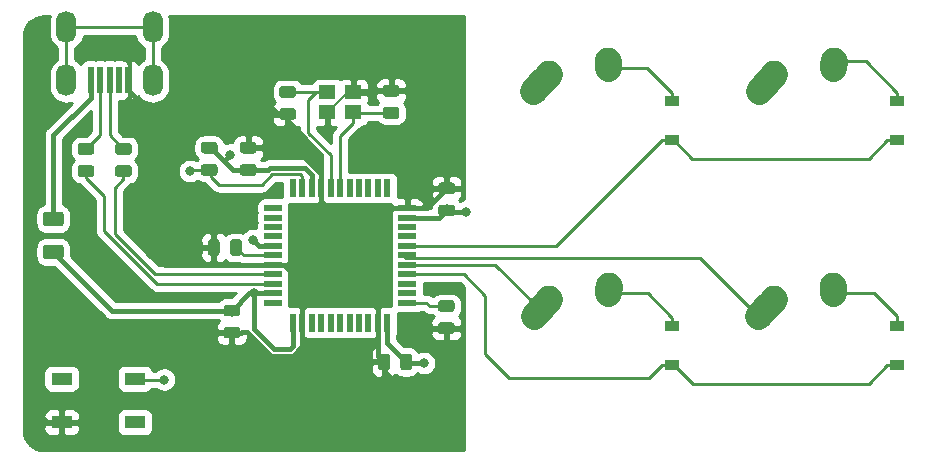
<source format=gbl>
G04 #@! TF.GenerationSoftware,KiCad,Pcbnew,(5.1.4)-1*
G04 #@! TF.CreationDate,2023-04-29T11:54:21-04:00*
G04 #@! TF.ProjectId,Evan-PCB-ISP,4576616e-2d50-4434-922d-4953502e6b69,rev?*
G04 #@! TF.SameCoordinates,Original*
G04 #@! TF.FileFunction,Copper,L2,Bot*
G04 #@! TF.FilePolarity,Positive*
%FSLAX46Y46*%
G04 Gerber Fmt 4.6, Leading zero omitted, Abs format (unit mm)*
G04 Created by KiCad (PCBNEW (5.1.4)-1) date 2023-04-29 11:54:21*
%MOMM*%
%LPD*%
G04 APERTURE LIST*
%ADD10R,1.400000X1.200000*%
%ADD11O,1.700000X2.700000*%
%ADD12R,0.500000X2.250000*%
%ADD13R,0.550000X1.500000*%
%ADD14R,1.500000X0.550000*%
%ADD15R,1.800000X1.100000*%
%ADD16C,0.100000*%
%ADD17C,0.975000*%
%ADD18C,2.250000*%
%ADD19C,2.250000*%
%ADD20C,1.250000*%
%ADD21R,1.200000X0.900000*%
%ADD22C,0.800000*%
%ADD23C,0.381000*%
%ADD24C,0.203200*%
%ADD25C,0.254000*%
G04 APERTURE END LIST*
D10*
X140450750Y-88843750D03*
X138250750Y-88843750D03*
X138250750Y-90543750D03*
X140450750Y-90543750D03*
D11*
X116174500Y-83312000D03*
X123474500Y-83312000D03*
X123474500Y-87812000D03*
X116174500Y-87812000D03*
D12*
X118224500Y-87812000D03*
X119024500Y-87812000D03*
X119824500Y-87812000D03*
X120624500Y-87812000D03*
X121424500Y-87812000D03*
D13*
X135350750Y-108347750D03*
X136150750Y-108347750D03*
X136950750Y-108347750D03*
X137750750Y-108347750D03*
X138550750Y-108347750D03*
X139350750Y-108347750D03*
X140150750Y-108347750D03*
X140950750Y-108347750D03*
X141750750Y-108347750D03*
X142550750Y-108347750D03*
X143350750Y-108347750D03*
D14*
X145050750Y-106647750D03*
X145050750Y-105847750D03*
X145050750Y-105047750D03*
X145050750Y-104247750D03*
X145050750Y-103447750D03*
X145050750Y-102647750D03*
X145050750Y-101847750D03*
X145050750Y-101047750D03*
X145050750Y-100247750D03*
X145050750Y-99447750D03*
X145050750Y-98647750D03*
D13*
X143350750Y-96947750D03*
X142550750Y-96947750D03*
X141750750Y-96947750D03*
X140950750Y-96947750D03*
X140150750Y-96947750D03*
X139350750Y-96947750D03*
X138550750Y-96947750D03*
X137750750Y-96947750D03*
X136950750Y-96947750D03*
X136150750Y-96947750D03*
X135350750Y-96947750D03*
D14*
X133650750Y-98647750D03*
X133650750Y-99447750D03*
X133650750Y-100247750D03*
X133650750Y-101047750D03*
X133650750Y-101847750D03*
X133650750Y-102647750D03*
X133650750Y-103447750D03*
X133650750Y-104247750D03*
X133650750Y-105047750D03*
X133650750Y-105847750D03*
X133650750Y-106647750D03*
D15*
X121972000Y-116785000D03*
X115772000Y-113085000D03*
X121972000Y-113085000D03*
X115772000Y-116785000D03*
D16*
G36*
X148816142Y-106447674D02*
G01*
X148839803Y-106451184D01*
X148863007Y-106456996D01*
X148885529Y-106465054D01*
X148907153Y-106475282D01*
X148927670Y-106487579D01*
X148946883Y-106501829D01*
X148964607Y-106517893D01*
X148980671Y-106535617D01*
X148994921Y-106554830D01*
X149007218Y-106575347D01*
X149017446Y-106596971D01*
X149025504Y-106619493D01*
X149031316Y-106642697D01*
X149034826Y-106666358D01*
X149036000Y-106690250D01*
X149036000Y-107177750D01*
X149034826Y-107201642D01*
X149031316Y-107225303D01*
X149025504Y-107248507D01*
X149017446Y-107271029D01*
X149007218Y-107292653D01*
X148994921Y-107313170D01*
X148980671Y-107332383D01*
X148964607Y-107350107D01*
X148946883Y-107366171D01*
X148927670Y-107380421D01*
X148907153Y-107392718D01*
X148885529Y-107402946D01*
X148863007Y-107411004D01*
X148839803Y-107416816D01*
X148816142Y-107420326D01*
X148792250Y-107421500D01*
X147879750Y-107421500D01*
X147855858Y-107420326D01*
X147832197Y-107416816D01*
X147808993Y-107411004D01*
X147786471Y-107402946D01*
X147764847Y-107392718D01*
X147744330Y-107380421D01*
X147725117Y-107366171D01*
X147707393Y-107350107D01*
X147691329Y-107332383D01*
X147677079Y-107313170D01*
X147664782Y-107292653D01*
X147654554Y-107271029D01*
X147646496Y-107248507D01*
X147640684Y-107225303D01*
X147637174Y-107201642D01*
X147636000Y-107177750D01*
X147636000Y-106690250D01*
X147637174Y-106666358D01*
X147640684Y-106642697D01*
X147646496Y-106619493D01*
X147654554Y-106596971D01*
X147664782Y-106575347D01*
X147677079Y-106554830D01*
X147691329Y-106535617D01*
X147707393Y-106517893D01*
X147725117Y-106501829D01*
X147744330Y-106487579D01*
X147764847Y-106475282D01*
X147786471Y-106465054D01*
X147808993Y-106456996D01*
X147832197Y-106451184D01*
X147855858Y-106447674D01*
X147879750Y-106446500D01*
X148792250Y-106446500D01*
X148816142Y-106447674D01*
X148816142Y-106447674D01*
G37*
D17*
X148336000Y-106934000D03*
D16*
G36*
X148816142Y-108322674D02*
G01*
X148839803Y-108326184D01*
X148863007Y-108331996D01*
X148885529Y-108340054D01*
X148907153Y-108350282D01*
X148927670Y-108362579D01*
X148946883Y-108376829D01*
X148964607Y-108392893D01*
X148980671Y-108410617D01*
X148994921Y-108429830D01*
X149007218Y-108450347D01*
X149017446Y-108471971D01*
X149025504Y-108494493D01*
X149031316Y-108517697D01*
X149034826Y-108541358D01*
X149036000Y-108565250D01*
X149036000Y-109052750D01*
X149034826Y-109076642D01*
X149031316Y-109100303D01*
X149025504Y-109123507D01*
X149017446Y-109146029D01*
X149007218Y-109167653D01*
X148994921Y-109188170D01*
X148980671Y-109207383D01*
X148964607Y-109225107D01*
X148946883Y-109241171D01*
X148927670Y-109255421D01*
X148907153Y-109267718D01*
X148885529Y-109277946D01*
X148863007Y-109286004D01*
X148839803Y-109291816D01*
X148816142Y-109295326D01*
X148792250Y-109296500D01*
X147879750Y-109296500D01*
X147855858Y-109295326D01*
X147832197Y-109291816D01*
X147808993Y-109286004D01*
X147786471Y-109277946D01*
X147764847Y-109267718D01*
X147744330Y-109255421D01*
X147725117Y-109241171D01*
X147707393Y-109225107D01*
X147691329Y-109207383D01*
X147677079Y-109188170D01*
X147664782Y-109167653D01*
X147654554Y-109146029D01*
X147646496Y-109123507D01*
X147640684Y-109100303D01*
X147637174Y-109076642D01*
X147636000Y-109052750D01*
X147636000Y-108565250D01*
X147637174Y-108541358D01*
X147640684Y-108517697D01*
X147646496Y-108494493D01*
X147654554Y-108471971D01*
X147664782Y-108450347D01*
X147677079Y-108429830D01*
X147691329Y-108410617D01*
X147707393Y-108392893D01*
X147725117Y-108376829D01*
X147744330Y-108362579D01*
X147764847Y-108350282D01*
X147786471Y-108340054D01*
X147808993Y-108331996D01*
X147832197Y-108326184D01*
X147855858Y-108322674D01*
X147879750Y-108321500D01*
X148792250Y-108321500D01*
X148816142Y-108322674D01*
X148816142Y-108322674D01*
G37*
D17*
X148336000Y-108809000D03*
D16*
G36*
X128750142Y-94922424D02*
G01*
X128773803Y-94925934D01*
X128797007Y-94931746D01*
X128819529Y-94939804D01*
X128841153Y-94950032D01*
X128861670Y-94962329D01*
X128880883Y-94976579D01*
X128898607Y-94992643D01*
X128914671Y-95010367D01*
X128928921Y-95029580D01*
X128941218Y-95050097D01*
X128951446Y-95071721D01*
X128959504Y-95094243D01*
X128965316Y-95117447D01*
X128968826Y-95141108D01*
X128970000Y-95165000D01*
X128970000Y-95652500D01*
X128968826Y-95676392D01*
X128965316Y-95700053D01*
X128959504Y-95723257D01*
X128951446Y-95745779D01*
X128941218Y-95767403D01*
X128928921Y-95787920D01*
X128914671Y-95807133D01*
X128898607Y-95824857D01*
X128880883Y-95840921D01*
X128861670Y-95855171D01*
X128841153Y-95867468D01*
X128819529Y-95877696D01*
X128797007Y-95885754D01*
X128773803Y-95891566D01*
X128750142Y-95895076D01*
X128726250Y-95896250D01*
X127813750Y-95896250D01*
X127789858Y-95895076D01*
X127766197Y-95891566D01*
X127742993Y-95885754D01*
X127720471Y-95877696D01*
X127698847Y-95867468D01*
X127678330Y-95855171D01*
X127659117Y-95840921D01*
X127641393Y-95824857D01*
X127625329Y-95807133D01*
X127611079Y-95787920D01*
X127598782Y-95767403D01*
X127588554Y-95745779D01*
X127580496Y-95723257D01*
X127574684Y-95700053D01*
X127571174Y-95676392D01*
X127570000Y-95652500D01*
X127570000Y-95165000D01*
X127571174Y-95141108D01*
X127574684Y-95117447D01*
X127580496Y-95094243D01*
X127588554Y-95071721D01*
X127598782Y-95050097D01*
X127611079Y-95029580D01*
X127625329Y-95010367D01*
X127641393Y-94992643D01*
X127659117Y-94976579D01*
X127678330Y-94962329D01*
X127698847Y-94950032D01*
X127720471Y-94939804D01*
X127742993Y-94931746D01*
X127766197Y-94925934D01*
X127789858Y-94922424D01*
X127813750Y-94921250D01*
X128726250Y-94921250D01*
X128750142Y-94922424D01*
X128750142Y-94922424D01*
G37*
D17*
X128270000Y-95408750D03*
D16*
G36*
X128750142Y-93047424D02*
G01*
X128773803Y-93050934D01*
X128797007Y-93056746D01*
X128819529Y-93064804D01*
X128841153Y-93075032D01*
X128861670Y-93087329D01*
X128880883Y-93101579D01*
X128898607Y-93117643D01*
X128914671Y-93135367D01*
X128928921Y-93154580D01*
X128941218Y-93175097D01*
X128951446Y-93196721D01*
X128959504Y-93219243D01*
X128965316Y-93242447D01*
X128968826Y-93266108D01*
X128970000Y-93290000D01*
X128970000Y-93777500D01*
X128968826Y-93801392D01*
X128965316Y-93825053D01*
X128959504Y-93848257D01*
X128951446Y-93870779D01*
X128941218Y-93892403D01*
X128928921Y-93912920D01*
X128914671Y-93932133D01*
X128898607Y-93949857D01*
X128880883Y-93965921D01*
X128861670Y-93980171D01*
X128841153Y-93992468D01*
X128819529Y-94002696D01*
X128797007Y-94010754D01*
X128773803Y-94016566D01*
X128750142Y-94020076D01*
X128726250Y-94021250D01*
X127813750Y-94021250D01*
X127789858Y-94020076D01*
X127766197Y-94016566D01*
X127742993Y-94010754D01*
X127720471Y-94002696D01*
X127698847Y-93992468D01*
X127678330Y-93980171D01*
X127659117Y-93965921D01*
X127641393Y-93949857D01*
X127625329Y-93932133D01*
X127611079Y-93912920D01*
X127598782Y-93892403D01*
X127588554Y-93870779D01*
X127580496Y-93848257D01*
X127574684Y-93825053D01*
X127571174Y-93801392D01*
X127570000Y-93777500D01*
X127570000Y-93290000D01*
X127571174Y-93266108D01*
X127574684Y-93242447D01*
X127580496Y-93219243D01*
X127588554Y-93196721D01*
X127598782Y-93175097D01*
X127611079Y-93154580D01*
X127625329Y-93135367D01*
X127641393Y-93117643D01*
X127659117Y-93101579D01*
X127678330Y-93087329D01*
X127698847Y-93075032D01*
X127720471Y-93064804D01*
X127742993Y-93056746D01*
X127766197Y-93050934D01*
X127789858Y-93047424D01*
X127813750Y-93046250D01*
X128726250Y-93046250D01*
X128750142Y-93047424D01*
X128750142Y-93047424D01*
G37*
D17*
X128270000Y-93533750D03*
D16*
G36*
X121479392Y-93144424D02*
G01*
X121503053Y-93147934D01*
X121526257Y-93153746D01*
X121548779Y-93161804D01*
X121570403Y-93172032D01*
X121590920Y-93184329D01*
X121610133Y-93198579D01*
X121627857Y-93214643D01*
X121643921Y-93232367D01*
X121658171Y-93251580D01*
X121670468Y-93272097D01*
X121680696Y-93293721D01*
X121688754Y-93316243D01*
X121694566Y-93339447D01*
X121698076Y-93363108D01*
X121699250Y-93387000D01*
X121699250Y-93874500D01*
X121698076Y-93898392D01*
X121694566Y-93922053D01*
X121688754Y-93945257D01*
X121680696Y-93967779D01*
X121670468Y-93989403D01*
X121658171Y-94009920D01*
X121643921Y-94029133D01*
X121627857Y-94046857D01*
X121610133Y-94062921D01*
X121590920Y-94077171D01*
X121570403Y-94089468D01*
X121548779Y-94099696D01*
X121526257Y-94107754D01*
X121503053Y-94113566D01*
X121479392Y-94117076D01*
X121455500Y-94118250D01*
X120543000Y-94118250D01*
X120519108Y-94117076D01*
X120495447Y-94113566D01*
X120472243Y-94107754D01*
X120449721Y-94099696D01*
X120428097Y-94089468D01*
X120407580Y-94077171D01*
X120388367Y-94062921D01*
X120370643Y-94046857D01*
X120354579Y-94029133D01*
X120340329Y-94009920D01*
X120328032Y-93989403D01*
X120317804Y-93967779D01*
X120309746Y-93945257D01*
X120303934Y-93922053D01*
X120300424Y-93898392D01*
X120299250Y-93874500D01*
X120299250Y-93387000D01*
X120300424Y-93363108D01*
X120303934Y-93339447D01*
X120309746Y-93316243D01*
X120317804Y-93293721D01*
X120328032Y-93272097D01*
X120340329Y-93251580D01*
X120354579Y-93232367D01*
X120370643Y-93214643D01*
X120388367Y-93198579D01*
X120407580Y-93184329D01*
X120428097Y-93172032D01*
X120449721Y-93161804D01*
X120472243Y-93153746D01*
X120495447Y-93147934D01*
X120519108Y-93144424D01*
X120543000Y-93143250D01*
X121455500Y-93143250D01*
X121479392Y-93144424D01*
X121479392Y-93144424D01*
G37*
D17*
X120999250Y-93630750D03*
D16*
G36*
X121479392Y-95019424D02*
G01*
X121503053Y-95022934D01*
X121526257Y-95028746D01*
X121548779Y-95036804D01*
X121570403Y-95047032D01*
X121590920Y-95059329D01*
X121610133Y-95073579D01*
X121627857Y-95089643D01*
X121643921Y-95107367D01*
X121658171Y-95126580D01*
X121670468Y-95147097D01*
X121680696Y-95168721D01*
X121688754Y-95191243D01*
X121694566Y-95214447D01*
X121698076Y-95238108D01*
X121699250Y-95262000D01*
X121699250Y-95749500D01*
X121698076Y-95773392D01*
X121694566Y-95797053D01*
X121688754Y-95820257D01*
X121680696Y-95842779D01*
X121670468Y-95864403D01*
X121658171Y-95884920D01*
X121643921Y-95904133D01*
X121627857Y-95921857D01*
X121610133Y-95937921D01*
X121590920Y-95952171D01*
X121570403Y-95964468D01*
X121548779Y-95974696D01*
X121526257Y-95982754D01*
X121503053Y-95988566D01*
X121479392Y-95992076D01*
X121455500Y-95993250D01*
X120543000Y-95993250D01*
X120519108Y-95992076D01*
X120495447Y-95988566D01*
X120472243Y-95982754D01*
X120449721Y-95974696D01*
X120428097Y-95964468D01*
X120407580Y-95952171D01*
X120388367Y-95937921D01*
X120370643Y-95921857D01*
X120354579Y-95904133D01*
X120340329Y-95884920D01*
X120328032Y-95864403D01*
X120317804Y-95842779D01*
X120309746Y-95820257D01*
X120303934Y-95797053D01*
X120300424Y-95773392D01*
X120299250Y-95749500D01*
X120299250Y-95262000D01*
X120300424Y-95238108D01*
X120303934Y-95214447D01*
X120309746Y-95191243D01*
X120317804Y-95168721D01*
X120328032Y-95147097D01*
X120340329Y-95126580D01*
X120354579Y-95107367D01*
X120370643Y-95089643D01*
X120388367Y-95073579D01*
X120407580Y-95059329D01*
X120428097Y-95047032D01*
X120449721Y-95036804D01*
X120472243Y-95028746D01*
X120495447Y-95022934D01*
X120519108Y-95019424D01*
X120543000Y-95018250D01*
X121455500Y-95018250D01*
X121479392Y-95019424D01*
X121479392Y-95019424D01*
G37*
D17*
X120999250Y-95505750D03*
D16*
G36*
X118304392Y-93144424D02*
G01*
X118328053Y-93147934D01*
X118351257Y-93153746D01*
X118373779Y-93161804D01*
X118395403Y-93172032D01*
X118415920Y-93184329D01*
X118435133Y-93198579D01*
X118452857Y-93214643D01*
X118468921Y-93232367D01*
X118483171Y-93251580D01*
X118495468Y-93272097D01*
X118505696Y-93293721D01*
X118513754Y-93316243D01*
X118519566Y-93339447D01*
X118523076Y-93363108D01*
X118524250Y-93387000D01*
X118524250Y-93874500D01*
X118523076Y-93898392D01*
X118519566Y-93922053D01*
X118513754Y-93945257D01*
X118505696Y-93967779D01*
X118495468Y-93989403D01*
X118483171Y-94009920D01*
X118468921Y-94029133D01*
X118452857Y-94046857D01*
X118435133Y-94062921D01*
X118415920Y-94077171D01*
X118395403Y-94089468D01*
X118373779Y-94099696D01*
X118351257Y-94107754D01*
X118328053Y-94113566D01*
X118304392Y-94117076D01*
X118280500Y-94118250D01*
X117368000Y-94118250D01*
X117344108Y-94117076D01*
X117320447Y-94113566D01*
X117297243Y-94107754D01*
X117274721Y-94099696D01*
X117253097Y-94089468D01*
X117232580Y-94077171D01*
X117213367Y-94062921D01*
X117195643Y-94046857D01*
X117179579Y-94029133D01*
X117165329Y-94009920D01*
X117153032Y-93989403D01*
X117142804Y-93967779D01*
X117134746Y-93945257D01*
X117128934Y-93922053D01*
X117125424Y-93898392D01*
X117124250Y-93874500D01*
X117124250Y-93387000D01*
X117125424Y-93363108D01*
X117128934Y-93339447D01*
X117134746Y-93316243D01*
X117142804Y-93293721D01*
X117153032Y-93272097D01*
X117165329Y-93251580D01*
X117179579Y-93232367D01*
X117195643Y-93214643D01*
X117213367Y-93198579D01*
X117232580Y-93184329D01*
X117253097Y-93172032D01*
X117274721Y-93161804D01*
X117297243Y-93153746D01*
X117320447Y-93147934D01*
X117344108Y-93144424D01*
X117368000Y-93143250D01*
X118280500Y-93143250D01*
X118304392Y-93144424D01*
X118304392Y-93144424D01*
G37*
D17*
X117824250Y-93630750D03*
D16*
G36*
X118304392Y-95019424D02*
G01*
X118328053Y-95022934D01*
X118351257Y-95028746D01*
X118373779Y-95036804D01*
X118395403Y-95047032D01*
X118415920Y-95059329D01*
X118435133Y-95073579D01*
X118452857Y-95089643D01*
X118468921Y-95107367D01*
X118483171Y-95126580D01*
X118495468Y-95147097D01*
X118505696Y-95168721D01*
X118513754Y-95191243D01*
X118519566Y-95214447D01*
X118523076Y-95238108D01*
X118524250Y-95262000D01*
X118524250Y-95749500D01*
X118523076Y-95773392D01*
X118519566Y-95797053D01*
X118513754Y-95820257D01*
X118505696Y-95842779D01*
X118495468Y-95864403D01*
X118483171Y-95884920D01*
X118468921Y-95904133D01*
X118452857Y-95921857D01*
X118435133Y-95937921D01*
X118415920Y-95952171D01*
X118395403Y-95964468D01*
X118373779Y-95974696D01*
X118351257Y-95982754D01*
X118328053Y-95988566D01*
X118304392Y-95992076D01*
X118280500Y-95993250D01*
X117368000Y-95993250D01*
X117344108Y-95992076D01*
X117320447Y-95988566D01*
X117297243Y-95982754D01*
X117274721Y-95974696D01*
X117253097Y-95964468D01*
X117232580Y-95952171D01*
X117213367Y-95937921D01*
X117195643Y-95921857D01*
X117179579Y-95904133D01*
X117165329Y-95884920D01*
X117153032Y-95864403D01*
X117142804Y-95842779D01*
X117134746Y-95820257D01*
X117128934Y-95797053D01*
X117125424Y-95773392D01*
X117124250Y-95749500D01*
X117124250Y-95262000D01*
X117125424Y-95238108D01*
X117128934Y-95214447D01*
X117134746Y-95191243D01*
X117142804Y-95168721D01*
X117153032Y-95147097D01*
X117165329Y-95126580D01*
X117179579Y-95107367D01*
X117195643Y-95089643D01*
X117213367Y-95073579D01*
X117232580Y-95059329D01*
X117253097Y-95047032D01*
X117274721Y-95036804D01*
X117297243Y-95028746D01*
X117320447Y-95022934D01*
X117344108Y-95019424D01*
X117368000Y-95018250D01*
X118280500Y-95018250D01*
X118304392Y-95019424D01*
X118304392Y-95019424D01*
G37*
D17*
X117824250Y-95505750D03*
D18*
X176062000Y-106299500D03*
X175407001Y-107029500D03*
D19*
X174752000Y-107759500D02*
X176062002Y-106299500D01*
D18*
X181102000Y-105219500D03*
X181082000Y-105509500D03*
D19*
X181062000Y-105799500D02*
X181102000Y-105219500D01*
D18*
X176093750Y-87281250D03*
X175438751Y-88011250D03*
D19*
X174783750Y-88741250D02*
X176093752Y-87281250D01*
D18*
X181133750Y-86201250D03*
X181113750Y-86491250D03*
D19*
X181093750Y-86781250D02*
X181133750Y-86201250D01*
D18*
X157043750Y-106331250D03*
X156388751Y-107061250D03*
D19*
X155733750Y-107791250D02*
X157043752Y-106331250D01*
D18*
X162083750Y-105251250D03*
X162063750Y-105541250D03*
D19*
X162043750Y-105831250D02*
X162083750Y-105251250D01*
D18*
X157012000Y-87249500D03*
X156357001Y-87979500D03*
D19*
X155702000Y-88709500D02*
X157012002Y-87249500D01*
D18*
X162052000Y-86169500D03*
X162032000Y-86459500D03*
D19*
X162012000Y-86749500D02*
X162052000Y-86169500D01*
D16*
G36*
X115711504Y-98938204D02*
G01*
X115735773Y-98941804D01*
X115759571Y-98947765D01*
X115782671Y-98956030D01*
X115804849Y-98966520D01*
X115825893Y-98979133D01*
X115845598Y-98993747D01*
X115863777Y-99010223D01*
X115880253Y-99028402D01*
X115894867Y-99048107D01*
X115907480Y-99069151D01*
X115917970Y-99091329D01*
X115926235Y-99114429D01*
X115932196Y-99138227D01*
X115935796Y-99162496D01*
X115937000Y-99187000D01*
X115937000Y-99937000D01*
X115935796Y-99961504D01*
X115932196Y-99985773D01*
X115926235Y-100009571D01*
X115917970Y-100032671D01*
X115907480Y-100054849D01*
X115894867Y-100075893D01*
X115880253Y-100095598D01*
X115863777Y-100113777D01*
X115845598Y-100130253D01*
X115825893Y-100144867D01*
X115804849Y-100157480D01*
X115782671Y-100167970D01*
X115759571Y-100176235D01*
X115735773Y-100182196D01*
X115711504Y-100185796D01*
X115687000Y-100187000D01*
X114437000Y-100187000D01*
X114412496Y-100185796D01*
X114388227Y-100182196D01*
X114364429Y-100176235D01*
X114341329Y-100167970D01*
X114319151Y-100157480D01*
X114298107Y-100144867D01*
X114278402Y-100130253D01*
X114260223Y-100113777D01*
X114243747Y-100095598D01*
X114229133Y-100075893D01*
X114216520Y-100054849D01*
X114206030Y-100032671D01*
X114197765Y-100009571D01*
X114191804Y-99985773D01*
X114188204Y-99961504D01*
X114187000Y-99937000D01*
X114187000Y-99187000D01*
X114188204Y-99162496D01*
X114191804Y-99138227D01*
X114197765Y-99114429D01*
X114206030Y-99091329D01*
X114216520Y-99069151D01*
X114229133Y-99048107D01*
X114243747Y-99028402D01*
X114260223Y-99010223D01*
X114278402Y-98993747D01*
X114298107Y-98979133D01*
X114319151Y-98966520D01*
X114341329Y-98956030D01*
X114364429Y-98947765D01*
X114388227Y-98941804D01*
X114412496Y-98938204D01*
X114437000Y-98937000D01*
X115687000Y-98937000D01*
X115711504Y-98938204D01*
X115711504Y-98938204D01*
G37*
D20*
X115062000Y-99562000D03*
D16*
G36*
X115711504Y-101738204D02*
G01*
X115735773Y-101741804D01*
X115759571Y-101747765D01*
X115782671Y-101756030D01*
X115804849Y-101766520D01*
X115825893Y-101779133D01*
X115845598Y-101793747D01*
X115863777Y-101810223D01*
X115880253Y-101828402D01*
X115894867Y-101848107D01*
X115907480Y-101869151D01*
X115917970Y-101891329D01*
X115926235Y-101914429D01*
X115932196Y-101938227D01*
X115935796Y-101962496D01*
X115937000Y-101987000D01*
X115937000Y-102737000D01*
X115935796Y-102761504D01*
X115932196Y-102785773D01*
X115926235Y-102809571D01*
X115917970Y-102832671D01*
X115907480Y-102854849D01*
X115894867Y-102875893D01*
X115880253Y-102895598D01*
X115863777Y-102913777D01*
X115845598Y-102930253D01*
X115825893Y-102944867D01*
X115804849Y-102957480D01*
X115782671Y-102967970D01*
X115759571Y-102976235D01*
X115735773Y-102982196D01*
X115711504Y-102985796D01*
X115687000Y-102987000D01*
X114437000Y-102987000D01*
X114412496Y-102985796D01*
X114388227Y-102982196D01*
X114364429Y-102976235D01*
X114341329Y-102967970D01*
X114319151Y-102957480D01*
X114298107Y-102944867D01*
X114278402Y-102930253D01*
X114260223Y-102913777D01*
X114243747Y-102895598D01*
X114229133Y-102875893D01*
X114216520Y-102854849D01*
X114206030Y-102832671D01*
X114197765Y-102809571D01*
X114191804Y-102785773D01*
X114188204Y-102761504D01*
X114187000Y-102737000D01*
X114187000Y-101987000D01*
X114188204Y-101962496D01*
X114191804Y-101938227D01*
X114197765Y-101914429D01*
X114206030Y-101891329D01*
X114216520Y-101869151D01*
X114229133Y-101848107D01*
X114243747Y-101828402D01*
X114260223Y-101810223D01*
X114278402Y-101793747D01*
X114298107Y-101779133D01*
X114319151Y-101766520D01*
X114341329Y-101756030D01*
X114364429Y-101747765D01*
X114388227Y-101741804D01*
X114412496Y-101738204D01*
X114437000Y-101737000D01*
X115687000Y-101737000D01*
X115711504Y-101738204D01*
X115711504Y-101738204D01*
G37*
D20*
X115062000Y-102362000D03*
D21*
X186499500Y-108649500D03*
X186499500Y-111949500D03*
X186531250Y-89568750D03*
X186531250Y-92868750D03*
X167481250Y-108618750D03*
X167481250Y-111918750D03*
X167449500Y-89599500D03*
X167449500Y-92899500D03*
D16*
G36*
X128918642Y-101282174D02*
G01*
X128942303Y-101285684D01*
X128965507Y-101291496D01*
X128988029Y-101299554D01*
X129009653Y-101309782D01*
X129030170Y-101322079D01*
X129049383Y-101336329D01*
X129067107Y-101352393D01*
X129083171Y-101370117D01*
X129097421Y-101389330D01*
X129109718Y-101409847D01*
X129119946Y-101431471D01*
X129128004Y-101453993D01*
X129133816Y-101477197D01*
X129137326Y-101500858D01*
X129138500Y-101524750D01*
X129138500Y-102437250D01*
X129137326Y-102461142D01*
X129133816Y-102484803D01*
X129128004Y-102508007D01*
X129119946Y-102530529D01*
X129109718Y-102552153D01*
X129097421Y-102572670D01*
X129083171Y-102591883D01*
X129067107Y-102609607D01*
X129049383Y-102625671D01*
X129030170Y-102639921D01*
X129009653Y-102652218D01*
X128988029Y-102662446D01*
X128965507Y-102670504D01*
X128942303Y-102676316D01*
X128918642Y-102679826D01*
X128894750Y-102681000D01*
X128407250Y-102681000D01*
X128383358Y-102679826D01*
X128359697Y-102676316D01*
X128336493Y-102670504D01*
X128313971Y-102662446D01*
X128292347Y-102652218D01*
X128271830Y-102639921D01*
X128252617Y-102625671D01*
X128234893Y-102609607D01*
X128218829Y-102591883D01*
X128204579Y-102572670D01*
X128192282Y-102552153D01*
X128182054Y-102530529D01*
X128173996Y-102508007D01*
X128168184Y-102484803D01*
X128164674Y-102461142D01*
X128163500Y-102437250D01*
X128163500Y-101524750D01*
X128164674Y-101500858D01*
X128168184Y-101477197D01*
X128173996Y-101453993D01*
X128182054Y-101431471D01*
X128192282Y-101409847D01*
X128204579Y-101389330D01*
X128218829Y-101370117D01*
X128234893Y-101352393D01*
X128252617Y-101336329D01*
X128271830Y-101322079D01*
X128292347Y-101309782D01*
X128313971Y-101299554D01*
X128336493Y-101291496D01*
X128359697Y-101285684D01*
X128383358Y-101282174D01*
X128407250Y-101281000D01*
X128894750Y-101281000D01*
X128918642Y-101282174D01*
X128918642Y-101282174D01*
G37*
D17*
X128651000Y-101981000D03*
D16*
G36*
X130793642Y-101282174D02*
G01*
X130817303Y-101285684D01*
X130840507Y-101291496D01*
X130863029Y-101299554D01*
X130884653Y-101309782D01*
X130905170Y-101322079D01*
X130924383Y-101336329D01*
X130942107Y-101352393D01*
X130958171Y-101370117D01*
X130972421Y-101389330D01*
X130984718Y-101409847D01*
X130994946Y-101431471D01*
X131003004Y-101453993D01*
X131008816Y-101477197D01*
X131012326Y-101500858D01*
X131013500Y-101524750D01*
X131013500Y-102437250D01*
X131012326Y-102461142D01*
X131008816Y-102484803D01*
X131003004Y-102508007D01*
X130994946Y-102530529D01*
X130984718Y-102552153D01*
X130972421Y-102572670D01*
X130958171Y-102591883D01*
X130942107Y-102609607D01*
X130924383Y-102625671D01*
X130905170Y-102639921D01*
X130884653Y-102652218D01*
X130863029Y-102662446D01*
X130840507Y-102670504D01*
X130817303Y-102676316D01*
X130793642Y-102679826D01*
X130769750Y-102681000D01*
X130282250Y-102681000D01*
X130258358Y-102679826D01*
X130234697Y-102676316D01*
X130211493Y-102670504D01*
X130188971Y-102662446D01*
X130167347Y-102652218D01*
X130146830Y-102639921D01*
X130127617Y-102625671D01*
X130109893Y-102609607D01*
X130093829Y-102591883D01*
X130079579Y-102572670D01*
X130067282Y-102552153D01*
X130057054Y-102530529D01*
X130048996Y-102508007D01*
X130043184Y-102484803D01*
X130039674Y-102461142D01*
X130038500Y-102437250D01*
X130038500Y-101524750D01*
X130039674Y-101500858D01*
X130043184Y-101477197D01*
X130048996Y-101453993D01*
X130057054Y-101431471D01*
X130067282Y-101409847D01*
X130079579Y-101389330D01*
X130093829Y-101370117D01*
X130109893Y-101352393D01*
X130127617Y-101336329D01*
X130146830Y-101322079D01*
X130167347Y-101309782D01*
X130188971Y-101299554D01*
X130211493Y-101291496D01*
X130234697Y-101285684D01*
X130258358Y-101282174D01*
X130282250Y-101281000D01*
X130769750Y-101281000D01*
X130793642Y-101282174D01*
X130793642Y-101282174D01*
G37*
D17*
X130526000Y-101981000D03*
D16*
G36*
X130655142Y-108703674D02*
G01*
X130678803Y-108707184D01*
X130702007Y-108712996D01*
X130724529Y-108721054D01*
X130746153Y-108731282D01*
X130766670Y-108743579D01*
X130785883Y-108757829D01*
X130803607Y-108773893D01*
X130819671Y-108791617D01*
X130833921Y-108810830D01*
X130846218Y-108831347D01*
X130856446Y-108852971D01*
X130864504Y-108875493D01*
X130870316Y-108898697D01*
X130873826Y-108922358D01*
X130875000Y-108946250D01*
X130875000Y-109433750D01*
X130873826Y-109457642D01*
X130870316Y-109481303D01*
X130864504Y-109504507D01*
X130856446Y-109527029D01*
X130846218Y-109548653D01*
X130833921Y-109569170D01*
X130819671Y-109588383D01*
X130803607Y-109606107D01*
X130785883Y-109622171D01*
X130766670Y-109636421D01*
X130746153Y-109648718D01*
X130724529Y-109658946D01*
X130702007Y-109667004D01*
X130678803Y-109672816D01*
X130655142Y-109676326D01*
X130631250Y-109677500D01*
X129718750Y-109677500D01*
X129694858Y-109676326D01*
X129671197Y-109672816D01*
X129647993Y-109667004D01*
X129625471Y-109658946D01*
X129603847Y-109648718D01*
X129583330Y-109636421D01*
X129564117Y-109622171D01*
X129546393Y-109606107D01*
X129530329Y-109588383D01*
X129516079Y-109569170D01*
X129503782Y-109548653D01*
X129493554Y-109527029D01*
X129485496Y-109504507D01*
X129479684Y-109481303D01*
X129476174Y-109457642D01*
X129475000Y-109433750D01*
X129475000Y-108946250D01*
X129476174Y-108922358D01*
X129479684Y-108898697D01*
X129485496Y-108875493D01*
X129493554Y-108852971D01*
X129503782Y-108831347D01*
X129516079Y-108810830D01*
X129530329Y-108791617D01*
X129546393Y-108773893D01*
X129564117Y-108757829D01*
X129583330Y-108743579D01*
X129603847Y-108731282D01*
X129625471Y-108721054D01*
X129647993Y-108712996D01*
X129671197Y-108707184D01*
X129694858Y-108703674D01*
X129718750Y-108702500D01*
X130631250Y-108702500D01*
X130655142Y-108703674D01*
X130655142Y-108703674D01*
G37*
D17*
X130175000Y-109190000D03*
D16*
G36*
X130655142Y-106828674D02*
G01*
X130678803Y-106832184D01*
X130702007Y-106837996D01*
X130724529Y-106846054D01*
X130746153Y-106856282D01*
X130766670Y-106868579D01*
X130785883Y-106882829D01*
X130803607Y-106898893D01*
X130819671Y-106916617D01*
X130833921Y-106935830D01*
X130846218Y-106956347D01*
X130856446Y-106977971D01*
X130864504Y-107000493D01*
X130870316Y-107023697D01*
X130873826Y-107047358D01*
X130875000Y-107071250D01*
X130875000Y-107558750D01*
X130873826Y-107582642D01*
X130870316Y-107606303D01*
X130864504Y-107629507D01*
X130856446Y-107652029D01*
X130846218Y-107673653D01*
X130833921Y-107694170D01*
X130819671Y-107713383D01*
X130803607Y-107731107D01*
X130785883Y-107747171D01*
X130766670Y-107761421D01*
X130746153Y-107773718D01*
X130724529Y-107783946D01*
X130702007Y-107792004D01*
X130678803Y-107797816D01*
X130655142Y-107801326D01*
X130631250Y-107802500D01*
X129718750Y-107802500D01*
X129694858Y-107801326D01*
X129671197Y-107797816D01*
X129647993Y-107792004D01*
X129625471Y-107783946D01*
X129603847Y-107773718D01*
X129583330Y-107761421D01*
X129564117Y-107747171D01*
X129546393Y-107731107D01*
X129530329Y-107713383D01*
X129516079Y-107694170D01*
X129503782Y-107673653D01*
X129493554Y-107652029D01*
X129485496Y-107629507D01*
X129479684Y-107606303D01*
X129476174Y-107582642D01*
X129475000Y-107558750D01*
X129475000Y-107071250D01*
X129476174Y-107047358D01*
X129479684Y-107023697D01*
X129485496Y-107000493D01*
X129493554Y-106977971D01*
X129503782Y-106956347D01*
X129516079Y-106935830D01*
X129530329Y-106916617D01*
X129546393Y-106898893D01*
X129564117Y-106882829D01*
X129583330Y-106868579D01*
X129603847Y-106856282D01*
X129625471Y-106846054D01*
X129647993Y-106837996D01*
X129671197Y-106832184D01*
X129694858Y-106828674D01*
X129718750Y-106827500D01*
X130631250Y-106827500D01*
X130655142Y-106828674D01*
X130655142Y-106828674D01*
G37*
D17*
X130175000Y-107315000D03*
D16*
G36*
X135385892Y-90193424D02*
G01*
X135409553Y-90196934D01*
X135432757Y-90202746D01*
X135455279Y-90210804D01*
X135476903Y-90221032D01*
X135497420Y-90233329D01*
X135516633Y-90247579D01*
X135534357Y-90263643D01*
X135550421Y-90281367D01*
X135564671Y-90300580D01*
X135576968Y-90321097D01*
X135587196Y-90342721D01*
X135595254Y-90365243D01*
X135601066Y-90388447D01*
X135604576Y-90412108D01*
X135605750Y-90436000D01*
X135605750Y-90923500D01*
X135604576Y-90947392D01*
X135601066Y-90971053D01*
X135595254Y-90994257D01*
X135587196Y-91016779D01*
X135576968Y-91038403D01*
X135564671Y-91058920D01*
X135550421Y-91078133D01*
X135534357Y-91095857D01*
X135516633Y-91111921D01*
X135497420Y-91126171D01*
X135476903Y-91138468D01*
X135455279Y-91148696D01*
X135432757Y-91156754D01*
X135409553Y-91162566D01*
X135385892Y-91166076D01*
X135362000Y-91167250D01*
X134449500Y-91167250D01*
X134425608Y-91166076D01*
X134401947Y-91162566D01*
X134378743Y-91156754D01*
X134356221Y-91148696D01*
X134334597Y-91138468D01*
X134314080Y-91126171D01*
X134294867Y-91111921D01*
X134277143Y-91095857D01*
X134261079Y-91078133D01*
X134246829Y-91058920D01*
X134234532Y-91038403D01*
X134224304Y-91016779D01*
X134216246Y-90994257D01*
X134210434Y-90971053D01*
X134206924Y-90947392D01*
X134205750Y-90923500D01*
X134205750Y-90436000D01*
X134206924Y-90412108D01*
X134210434Y-90388447D01*
X134216246Y-90365243D01*
X134224304Y-90342721D01*
X134234532Y-90321097D01*
X134246829Y-90300580D01*
X134261079Y-90281367D01*
X134277143Y-90263643D01*
X134294867Y-90247579D01*
X134314080Y-90233329D01*
X134334597Y-90221032D01*
X134356221Y-90210804D01*
X134378743Y-90202746D01*
X134401947Y-90196934D01*
X134425608Y-90193424D01*
X134449500Y-90192250D01*
X135362000Y-90192250D01*
X135385892Y-90193424D01*
X135385892Y-90193424D01*
G37*
D17*
X134905750Y-90679750D03*
D16*
G36*
X135385892Y-88318424D02*
G01*
X135409553Y-88321934D01*
X135432757Y-88327746D01*
X135455279Y-88335804D01*
X135476903Y-88346032D01*
X135497420Y-88358329D01*
X135516633Y-88372579D01*
X135534357Y-88388643D01*
X135550421Y-88406367D01*
X135564671Y-88425580D01*
X135576968Y-88446097D01*
X135587196Y-88467721D01*
X135595254Y-88490243D01*
X135601066Y-88513447D01*
X135604576Y-88537108D01*
X135605750Y-88561000D01*
X135605750Y-89048500D01*
X135604576Y-89072392D01*
X135601066Y-89096053D01*
X135595254Y-89119257D01*
X135587196Y-89141779D01*
X135576968Y-89163403D01*
X135564671Y-89183920D01*
X135550421Y-89203133D01*
X135534357Y-89220857D01*
X135516633Y-89236921D01*
X135497420Y-89251171D01*
X135476903Y-89263468D01*
X135455279Y-89273696D01*
X135432757Y-89281754D01*
X135409553Y-89287566D01*
X135385892Y-89291076D01*
X135362000Y-89292250D01*
X134449500Y-89292250D01*
X134425608Y-89291076D01*
X134401947Y-89287566D01*
X134378743Y-89281754D01*
X134356221Y-89273696D01*
X134334597Y-89263468D01*
X134314080Y-89251171D01*
X134294867Y-89236921D01*
X134277143Y-89220857D01*
X134261079Y-89203133D01*
X134246829Y-89183920D01*
X134234532Y-89163403D01*
X134224304Y-89141779D01*
X134216246Y-89119257D01*
X134210434Y-89096053D01*
X134206924Y-89072392D01*
X134205750Y-89048500D01*
X134205750Y-88561000D01*
X134206924Y-88537108D01*
X134210434Y-88513447D01*
X134216246Y-88490243D01*
X134224304Y-88467721D01*
X134234532Y-88446097D01*
X134246829Y-88425580D01*
X134261079Y-88406367D01*
X134277143Y-88388643D01*
X134294867Y-88372579D01*
X134314080Y-88358329D01*
X134334597Y-88346032D01*
X134356221Y-88335804D01*
X134378743Y-88327746D01*
X134401947Y-88321934D01*
X134425608Y-88318424D01*
X134449500Y-88317250D01*
X135362000Y-88317250D01*
X135385892Y-88318424D01*
X135385892Y-88318424D01*
G37*
D17*
X134905750Y-88804750D03*
D16*
G36*
X144148892Y-88221424D02*
G01*
X144172553Y-88224934D01*
X144195757Y-88230746D01*
X144218279Y-88238804D01*
X144239903Y-88249032D01*
X144260420Y-88261329D01*
X144279633Y-88275579D01*
X144297357Y-88291643D01*
X144313421Y-88309367D01*
X144327671Y-88328580D01*
X144339968Y-88349097D01*
X144350196Y-88370721D01*
X144358254Y-88393243D01*
X144364066Y-88416447D01*
X144367576Y-88440108D01*
X144368750Y-88464000D01*
X144368750Y-88951500D01*
X144367576Y-88975392D01*
X144364066Y-88999053D01*
X144358254Y-89022257D01*
X144350196Y-89044779D01*
X144339968Y-89066403D01*
X144327671Y-89086920D01*
X144313421Y-89106133D01*
X144297357Y-89123857D01*
X144279633Y-89139921D01*
X144260420Y-89154171D01*
X144239903Y-89166468D01*
X144218279Y-89176696D01*
X144195757Y-89184754D01*
X144172553Y-89190566D01*
X144148892Y-89194076D01*
X144125000Y-89195250D01*
X143212500Y-89195250D01*
X143188608Y-89194076D01*
X143164947Y-89190566D01*
X143141743Y-89184754D01*
X143119221Y-89176696D01*
X143097597Y-89166468D01*
X143077080Y-89154171D01*
X143057867Y-89139921D01*
X143040143Y-89123857D01*
X143024079Y-89106133D01*
X143009829Y-89086920D01*
X142997532Y-89066403D01*
X142987304Y-89044779D01*
X142979246Y-89022257D01*
X142973434Y-88999053D01*
X142969924Y-88975392D01*
X142968750Y-88951500D01*
X142968750Y-88464000D01*
X142969924Y-88440108D01*
X142973434Y-88416447D01*
X142979246Y-88393243D01*
X142987304Y-88370721D01*
X142997532Y-88349097D01*
X143009829Y-88328580D01*
X143024079Y-88309367D01*
X143040143Y-88291643D01*
X143057867Y-88275579D01*
X143077080Y-88261329D01*
X143097597Y-88249032D01*
X143119221Y-88238804D01*
X143141743Y-88230746D01*
X143164947Y-88224934D01*
X143188608Y-88221424D01*
X143212500Y-88220250D01*
X144125000Y-88220250D01*
X144148892Y-88221424D01*
X144148892Y-88221424D01*
G37*
D17*
X143668750Y-88707750D03*
D16*
G36*
X144148892Y-90096424D02*
G01*
X144172553Y-90099934D01*
X144195757Y-90105746D01*
X144218279Y-90113804D01*
X144239903Y-90124032D01*
X144260420Y-90136329D01*
X144279633Y-90150579D01*
X144297357Y-90166643D01*
X144313421Y-90184367D01*
X144327671Y-90203580D01*
X144339968Y-90224097D01*
X144350196Y-90245721D01*
X144358254Y-90268243D01*
X144364066Y-90291447D01*
X144367576Y-90315108D01*
X144368750Y-90339000D01*
X144368750Y-90826500D01*
X144367576Y-90850392D01*
X144364066Y-90874053D01*
X144358254Y-90897257D01*
X144350196Y-90919779D01*
X144339968Y-90941403D01*
X144327671Y-90961920D01*
X144313421Y-90981133D01*
X144297357Y-90998857D01*
X144279633Y-91014921D01*
X144260420Y-91029171D01*
X144239903Y-91041468D01*
X144218279Y-91051696D01*
X144195757Y-91059754D01*
X144172553Y-91065566D01*
X144148892Y-91069076D01*
X144125000Y-91070250D01*
X143212500Y-91070250D01*
X143188608Y-91069076D01*
X143164947Y-91065566D01*
X143141743Y-91059754D01*
X143119221Y-91051696D01*
X143097597Y-91041468D01*
X143077080Y-91029171D01*
X143057867Y-91014921D01*
X143040143Y-90998857D01*
X143024079Y-90981133D01*
X143009829Y-90961920D01*
X142997532Y-90941403D01*
X142987304Y-90919779D01*
X142979246Y-90897257D01*
X142973434Y-90874053D01*
X142969924Y-90850392D01*
X142968750Y-90826500D01*
X142968750Y-90339000D01*
X142969924Y-90315108D01*
X142973434Y-90291447D01*
X142979246Y-90268243D01*
X142987304Y-90245721D01*
X142997532Y-90224097D01*
X143009829Y-90203580D01*
X143024079Y-90184367D01*
X143040143Y-90166643D01*
X143057867Y-90150579D01*
X143077080Y-90136329D01*
X143097597Y-90124032D01*
X143119221Y-90113804D01*
X143141743Y-90105746D01*
X143164947Y-90099934D01*
X143188608Y-90096424D01*
X143212500Y-90095250D01*
X144125000Y-90095250D01*
X144148892Y-90096424D01*
X144148892Y-90096424D01*
G37*
D17*
X143668750Y-90582750D03*
D16*
G36*
X132052142Y-93047424D02*
G01*
X132075803Y-93050934D01*
X132099007Y-93056746D01*
X132121529Y-93064804D01*
X132143153Y-93075032D01*
X132163670Y-93087329D01*
X132182883Y-93101579D01*
X132200607Y-93117643D01*
X132216671Y-93135367D01*
X132230921Y-93154580D01*
X132243218Y-93175097D01*
X132253446Y-93196721D01*
X132261504Y-93219243D01*
X132267316Y-93242447D01*
X132270826Y-93266108D01*
X132272000Y-93290000D01*
X132272000Y-93777500D01*
X132270826Y-93801392D01*
X132267316Y-93825053D01*
X132261504Y-93848257D01*
X132253446Y-93870779D01*
X132243218Y-93892403D01*
X132230921Y-93912920D01*
X132216671Y-93932133D01*
X132200607Y-93949857D01*
X132182883Y-93965921D01*
X132163670Y-93980171D01*
X132143153Y-93992468D01*
X132121529Y-94002696D01*
X132099007Y-94010754D01*
X132075803Y-94016566D01*
X132052142Y-94020076D01*
X132028250Y-94021250D01*
X131115750Y-94021250D01*
X131091858Y-94020076D01*
X131068197Y-94016566D01*
X131044993Y-94010754D01*
X131022471Y-94002696D01*
X131000847Y-93992468D01*
X130980330Y-93980171D01*
X130961117Y-93965921D01*
X130943393Y-93949857D01*
X130927329Y-93932133D01*
X130913079Y-93912920D01*
X130900782Y-93892403D01*
X130890554Y-93870779D01*
X130882496Y-93848257D01*
X130876684Y-93825053D01*
X130873174Y-93801392D01*
X130872000Y-93777500D01*
X130872000Y-93290000D01*
X130873174Y-93266108D01*
X130876684Y-93242447D01*
X130882496Y-93219243D01*
X130890554Y-93196721D01*
X130900782Y-93175097D01*
X130913079Y-93154580D01*
X130927329Y-93135367D01*
X130943393Y-93117643D01*
X130961117Y-93101579D01*
X130980330Y-93087329D01*
X131000847Y-93075032D01*
X131022471Y-93064804D01*
X131044993Y-93056746D01*
X131068197Y-93050934D01*
X131091858Y-93047424D01*
X131115750Y-93046250D01*
X132028250Y-93046250D01*
X132052142Y-93047424D01*
X132052142Y-93047424D01*
G37*
D17*
X131572000Y-93533750D03*
D16*
G36*
X132052142Y-94922424D02*
G01*
X132075803Y-94925934D01*
X132099007Y-94931746D01*
X132121529Y-94939804D01*
X132143153Y-94950032D01*
X132163670Y-94962329D01*
X132182883Y-94976579D01*
X132200607Y-94992643D01*
X132216671Y-95010367D01*
X132230921Y-95029580D01*
X132243218Y-95050097D01*
X132253446Y-95071721D01*
X132261504Y-95094243D01*
X132267316Y-95117447D01*
X132270826Y-95141108D01*
X132272000Y-95165000D01*
X132272000Y-95652500D01*
X132270826Y-95676392D01*
X132267316Y-95700053D01*
X132261504Y-95723257D01*
X132253446Y-95745779D01*
X132243218Y-95767403D01*
X132230921Y-95787920D01*
X132216671Y-95807133D01*
X132200607Y-95824857D01*
X132182883Y-95840921D01*
X132163670Y-95855171D01*
X132143153Y-95867468D01*
X132121529Y-95877696D01*
X132099007Y-95885754D01*
X132075803Y-95891566D01*
X132052142Y-95895076D01*
X132028250Y-95896250D01*
X131115750Y-95896250D01*
X131091858Y-95895076D01*
X131068197Y-95891566D01*
X131044993Y-95885754D01*
X131022471Y-95877696D01*
X131000847Y-95867468D01*
X130980330Y-95855171D01*
X130961117Y-95840921D01*
X130943393Y-95824857D01*
X130927329Y-95807133D01*
X130913079Y-95787920D01*
X130900782Y-95767403D01*
X130890554Y-95745779D01*
X130882496Y-95723257D01*
X130876684Y-95700053D01*
X130873174Y-95676392D01*
X130872000Y-95652500D01*
X130872000Y-95165000D01*
X130873174Y-95141108D01*
X130876684Y-95117447D01*
X130882496Y-95094243D01*
X130890554Y-95071721D01*
X130900782Y-95050097D01*
X130913079Y-95029580D01*
X130927329Y-95010367D01*
X130943393Y-94992643D01*
X130961117Y-94976579D01*
X130980330Y-94962329D01*
X131000847Y-94950032D01*
X131022471Y-94939804D01*
X131044993Y-94931746D01*
X131068197Y-94925934D01*
X131091858Y-94922424D01*
X131115750Y-94921250D01*
X132028250Y-94921250D01*
X132052142Y-94922424D01*
X132052142Y-94922424D01*
G37*
D17*
X131572000Y-95408750D03*
D16*
G36*
X143331392Y-110965924D02*
G01*
X143355053Y-110969434D01*
X143378257Y-110975246D01*
X143400779Y-110983304D01*
X143422403Y-110993532D01*
X143442920Y-111005829D01*
X143462133Y-111020079D01*
X143479857Y-111036143D01*
X143495921Y-111053867D01*
X143510171Y-111073080D01*
X143522468Y-111093597D01*
X143532696Y-111115221D01*
X143540754Y-111137743D01*
X143546566Y-111160947D01*
X143550076Y-111184608D01*
X143551250Y-111208500D01*
X143551250Y-112121000D01*
X143550076Y-112144892D01*
X143546566Y-112168553D01*
X143540754Y-112191757D01*
X143532696Y-112214279D01*
X143522468Y-112235903D01*
X143510171Y-112256420D01*
X143495921Y-112275633D01*
X143479857Y-112293357D01*
X143462133Y-112309421D01*
X143442920Y-112323671D01*
X143422403Y-112335968D01*
X143400779Y-112346196D01*
X143378257Y-112354254D01*
X143355053Y-112360066D01*
X143331392Y-112363576D01*
X143307500Y-112364750D01*
X142820000Y-112364750D01*
X142796108Y-112363576D01*
X142772447Y-112360066D01*
X142749243Y-112354254D01*
X142726721Y-112346196D01*
X142705097Y-112335968D01*
X142684580Y-112323671D01*
X142665367Y-112309421D01*
X142647643Y-112293357D01*
X142631579Y-112275633D01*
X142617329Y-112256420D01*
X142605032Y-112235903D01*
X142594804Y-112214279D01*
X142586746Y-112191757D01*
X142580934Y-112168553D01*
X142577424Y-112144892D01*
X142576250Y-112121000D01*
X142576250Y-111208500D01*
X142577424Y-111184608D01*
X142580934Y-111160947D01*
X142586746Y-111137743D01*
X142594804Y-111115221D01*
X142605032Y-111093597D01*
X142617329Y-111073080D01*
X142631579Y-111053867D01*
X142647643Y-111036143D01*
X142665367Y-111020079D01*
X142684580Y-111005829D01*
X142705097Y-110993532D01*
X142726721Y-110983304D01*
X142749243Y-110975246D01*
X142772447Y-110969434D01*
X142796108Y-110965924D01*
X142820000Y-110964750D01*
X143307500Y-110964750D01*
X143331392Y-110965924D01*
X143331392Y-110965924D01*
G37*
D17*
X143063750Y-111664750D03*
D16*
G36*
X145206392Y-110965924D02*
G01*
X145230053Y-110969434D01*
X145253257Y-110975246D01*
X145275779Y-110983304D01*
X145297403Y-110993532D01*
X145317920Y-111005829D01*
X145337133Y-111020079D01*
X145354857Y-111036143D01*
X145370921Y-111053867D01*
X145385171Y-111073080D01*
X145397468Y-111093597D01*
X145407696Y-111115221D01*
X145415754Y-111137743D01*
X145421566Y-111160947D01*
X145425076Y-111184608D01*
X145426250Y-111208500D01*
X145426250Y-112121000D01*
X145425076Y-112144892D01*
X145421566Y-112168553D01*
X145415754Y-112191757D01*
X145407696Y-112214279D01*
X145397468Y-112235903D01*
X145385171Y-112256420D01*
X145370921Y-112275633D01*
X145354857Y-112293357D01*
X145337133Y-112309421D01*
X145317920Y-112323671D01*
X145297403Y-112335968D01*
X145275779Y-112346196D01*
X145253257Y-112354254D01*
X145230053Y-112360066D01*
X145206392Y-112363576D01*
X145182500Y-112364750D01*
X144695000Y-112364750D01*
X144671108Y-112363576D01*
X144647447Y-112360066D01*
X144624243Y-112354254D01*
X144601721Y-112346196D01*
X144580097Y-112335968D01*
X144559580Y-112323671D01*
X144540367Y-112309421D01*
X144522643Y-112293357D01*
X144506579Y-112275633D01*
X144492329Y-112256420D01*
X144480032Y-112235903D01*
X144469804Y-112214279D01*
X144461746Y-112191757D01*
X144455934Y-112168553D01*
X144452424Y-112144892D01*
X144451250Y-112121000D01*
X144451250Y-111208500D01*
X144452424Y-111184608D01*
X144455934Y-111160947D01*
X144461746Y-111137743D01*
X144469804Y-111115221D01*
X144480032Y-111093597D01*
X144492329Y-111073080D01*
X144506579Y-111053867D01*
X144522643Y-111036143D01*
X144540367Y-111020079D01*
X144559580Y-111005829D01*
X144580097Y-110993532D01*
X144601721Y-110983304D01*
X144624243Y-110975246D01*
X144647447Y-110969434D01*
X144671108Y-110965924D01*
X144695000Y-110964750D01*
X145182500Y-110964750D01*
X145206392Y-110965924D01*
X145206392Y-110965924D01*
G37*
D17*
X144938750Y-111664750D03*
D16*
G36*
X148847892Y-96476424D02*
G01*
X148871553Y-96479934D01*
X148894757Y-96485746D01*
X148917279Y-96493804D01*
X148938903Y-96504032D01*
X148959420Y-96516329D01*
X148978633Y-96530579D01*
X148996357Y-96546643D01*
X149012421Y-96564367D01*
X149026671Y-96583580D01*
X149038968Y-96604097D01*
X149049196Y-96625721D01*
X149057254Y-96648243D01*
X149063066Y-96671447D01*
X149066576Y-96695108D01*
X149067750Y-96719000D01*
X149067750Y-97206500D01*
X149066576Y-97230392D01*
X149063066Y-97254053D01*
X149057254Y-97277257D01*
X149049196Y-97299779D01*
X149038968Y-97321403D01*
X149026671Y-97341920D01*
X149012421Y-97361133D01*
X148996357Y-97378857D01*
X148978633Y-97394921D01*
X148959420Y-97409171D01*
X148938903Y-97421468D01*
X148917279Y-97431696D01*
X148894757Y-97439754D01*
X148871553Y-97445566D01*
X148847892Y-97449076D01*
X148824000Y-97450250D01*
X147911500Y-97450250D01*
X147887608Y-97449076D01*
X147863947Y-97445566D01*
X147840743Y-97439754D01*
X147818221Y-97431696D01*
X147796597Y-97421468D01*
X147776080Y-97409171D01*
X147756867Y-97394921D01*
X147739143Y-97378857D01*
X147723079Y-97361133D01*
X147708829Y-97341920D01*
X147696532Y-97321403D01*
X147686304Y-97299779D01*
X147678246Y-97277257D01*
X147672434Y-97254053D01*
X147668924Y-97230392D01*
X147667750Y-97206500D01*
X147667750Y-96719000D01*
X147668924Y-96695108D01*
X147672434Y-96671447D01*
X147678246Y-96648243D01*
X147686304Y-96625721D01*
X147696532Y-96604097D01*
X147708829Y-96583580D01*
X147723079Y-96564367D01*
X147739143Y-96546643D01*
X147756867Y-96530579D01*
X147776080Y-96516329D01*
X147796597Y-96504032D01*
X147818221Y-96493804D01*
X147840743Y-96485746D01*
X147863947Y-96479934D01*
X147887608Y-96476424D01*
X147911500Y-96475250D01*
X148824000Y-96475250D01*
X148847892Y-96476424D01*
X148847892Y-96476424D01*
G37*
D17*
X148367750Y-96962750D03*
D16*
G36*
X148847892Y-98351424D02*
G01*
X148871553Y-98354934D01*
X148894757Y-98360746D01*
X148917279Y-98368804D01*
X148938903Y-98379032D01*
X148959420Y-98391329D01*
X148978633Y-98405579D01*
X148996357Y-98421643D01*
X149012421Y-98439367D01*
X149026671Y-98458580D01*
X149038968Y-98479097D01*
X149049196Y-98500721D01*
X149057254Y-98523243D01*
X149063066Y-98546447D01*
X149066576Y-98570108D01*
X149067750Y-98594000D01*
X149067750Y-99081500D01*
X149066576Y-99105392D01*
X149063066Y-99129053D01*
X149057254Y-99152257D01*
X149049196Y-99174779D01*
X149038968Y-99196403D01*
X149026671Y-99216920D01*
X149012421Y-99236133D01*
X148996357Y-99253857D01*
X148978633Y-99269921D01*
X148959420Y-99284171D01*
X148938903Y-99296468D01*
X148917279Y-99306696D01*
X148894757Y-99314754D01*
X148871553Y-99320566D01*
X148847892Y-99324076D01*
X148824000Y-99325250D01*
X147911500Y-99325250D01*
X147887608Y-99324076D01*
X147863947Y-99320566D01*
X147840743Y-99314754D01*
X147818221Y-99306696D01*
X147796597Y-99296468D01*
X147776080Y-99284171D01*
X147756867Y-99269921D01*
X147739143Y-99253857D01*
X147723079Y-99236133D01*
X147708829Y-99216920D01*
X147696532Y-99196403D01*
X147686304Y-99174779D01*
X147678246Y-99152257D01*
X147672434Y-99129053D01*
X147668924Y-99105392D01*
X147667750Y-99081500D01*
X147667750Y-98594000D01*
X147668924Y-98570108D01*
X147672434Y-98546447D01*
X147678246Y-98523243D01*
X147686304Y-98500721D01*
X147696532Y-98479097D01*
X147708829Y-98458580D01*
X147723079Y-98439367D01*
X147739143Y-98421643D01*
X147756867Y-98405579D01*
X147776080Y-98391329D01*
X147796597Y-98379032D01*
X147818221Y-98368804D01*
X147840743Y-98360746D01*
X147863947Y-98354934D01*
X147887608Y-98351424D01*
X147911500Y-98350250D01*
X148824000Y-98350250D01*
X148847892Y-98351424D01*
X148847892Y-98351424D01*
G37*
D17*
X148367750Y-98837750D03*
D22*
X131953000Y-101346000D03*
X130048000Y-94107000D03*
X132023250Y-105847750D03*
X146431000Y-111760000D03*
X149987000Y-98933000D03*
X126619000Y-95504000D03*
X124460000Y-113157000D03*
D23*
X121424500Y-88687000D02*
X121424500Y-87812000D01*
X123190000Y-90452500D02*
X121424500Y-88687000D01*
X123190000Y-102120500D02*
X123190000Y-90452500D01*
X124517250Y-103447750D02*
X123190000Y-102120500D01*
X128651000Y-103390500D02*
X128708250Y-103447750D01*
X128651000Y-101981000D02*
X128651000Y-103390500D01*
X133650750Y-103447750D02*
X128708250Y-103447750D01*
X128708250Y-103447750D02*
X124517250Y-103447750D01*
X130975000Y-109190000D02*
X131072000Y-109093000D01*
X130175000Y-109190000D02*
X130975000Y-109190000D01*
X131072000Y-109093000D02*
X131445000Y-109093000D01*
X131445000Y-109093000D02*
X133477000Y-111125000D01*
X133477000Y-111125000D02*
X135382000Y-111125000D01*
X136150750Y-110356250D02*
X136150750Y-108347750D01*
X135382000Y-111125000D02*
X136150750Y-110356250D01*
X115727000Y-109190000D02*
X130175000Y-109190000D01*
X113284000Y-111633000D02*
X115727000Y-109190000D01*
X113284000Y-115578000D02*
X113284000Y-111633000D01*
X115772000Y-116785000D02*
X114491000Y-116785000D01*
X114491000Y-116785000D02*
X113284000Y-115578000D01*
X137750750Y-95816750D02*
X137750750Y-96947750D01*
X137750750Y-95795078D02*
X137750750Y-95816750D01*
X135489422Y-93533750D02*
X137750750Y-95795078D01*
X131730750Y-93533750D02*
X135489422Y-93533750D01*
X142550750Y-111151750D02*
X143063750Y-111664750D01*
X142550750Y-108347750D02*
X142550750Y-111151750D01*
X136150750Y-107216750D02*
X136150750Y-108347750D01*
X136150750Y-105019848D02*
X136150750Y-107216750D01*
X134578652Y-103447750D02*
X136150750Y-105019848D01*
X133650750Y-103447750D02*
X134578652Y-103447750D01*
X140353848Y-105019848D02*
X136150750Y-105019848D01*
X142550750Y-107216750D02*
X140353848Y-105019848D01*
X142550750Y-108347750D02*
X142550750Y-107216750D01*
X137750750Y-98078750D02*
X139494000Y-99822000D01*
X137750750Y-96947750D02*
X137750750Y-98078750D01*
X139494000Y-99822000D02*
X140335000Y-99822000D01*
X140335000Y-105001000D02*
X140353848Y-105019848D01*
X140335000Y-99822000D02*
X140335000Y-105001000D01*
X141509250Y-98647750D02*
X145050750Y-98647750D01*
X140335000Y-99822000D02*
X141509250Y-98647750D01*
X143063750Y-112464750D02*
X145153000Y-114554000D01*
X143063750Y-111664750D02*
X143063750Y-112464750D01*
X145153000Y-114554000D02*
X146939000Y-114554000D01*
X148336000Y-113157000D02*
X148336000Y-108809000D01*
X146939000Y-114554000D02*
X148336000Y-113157000D01*
X146682750Y-98647750D02*
X145050750Y-98647750D01*
X148367750Y-96962750D02*
X146682750Y-98647750D01*
X137750750Y-94112250D02*
X137750750Y-95795078D01*
X134905750Y-91267250D02*
X137750750Y-94112250D01*
X134905750Y-90679750D02*
X134905750Y-91267250D01*
X140450750Y-87364750D02*
X140450750Y-88843750D01*
X134105750Y-90679750D02*
X133223000Y-89797000D01*
X133223000Y-89797000D02*
X133223000Y-87884000D01*
X134905750Y-90679750D02*
X134105750Y-90679750D01*
X133223000Y-87884000D02*
X133985000Y-87122000D01*
X133985000Y-87122000D02*
X140208000Y-87122000D01*
X140208000Y-87122000D02*
X140450750Y-87364750D01*
X140147848Y-88843750D02*
X140450750Y-88843750D01*
X138250750Y-90543750D02*
X138447848Y-90543750D01*
X140586750Y-88707750D02*
X140450750Y-88843750D01*
X143668750Y-88707750D02*
X140586750Y-88707750D01*
D24*
X138350750Y-90543750D02*
X138250750Y-90543750D01*
X140050750Y-88843750D02*
X138350750Y-90543750D01*
X140450750Y-88843750D02*
X140050750Y-88843750D01*
D23*
X120015000Y-107315000D02*
X130175000Y-107315000D01*
X115062000Y-102362000D02*
X120015000Y-107315000D01*
X130175000Y-107315000D02*
X131642250Y-105847750D01*
X130303750Y-95408750D02*
X131730750Y-95408750D01*
X133650750Y-101847750D02*
X132454750Y-101847750D01*
X132454750Y-101847750D02*
X131953000Y-101346000D01*
X130048000Y-94107000D02*
X129525000Y-94630000D01*
X128428750Y-93533750D02*
X129525000Y-94630000D01*
X129525000Y-94630000D02*
X130303750Y-95408750D01*
X136950750Y-95816750D02*
X136950750Y-96947750D01*
X136374490Y-95240490D02*
X136950750Y-95816750D01*
X133389641Y-95240490D02*
X136374490Y-95240490D01*
X133221381Y-95408750D02*
X133389641Y-95240490D01*
X131730750Y-95408750D02*
X133221381Y-95408750D01*
X131642250Y-105847750D02*
X132023250Y-105847750D01*
X132023250Y-105847750D02*
X133650750Y-105847750D01*
X132023250Y-105847750D02*
X132023250Y-108849578D01*
X132023250Y-108849578D02*
X133717662Y-110543990D01*
X133717662Y-110543990D02*
X135141338Y-110543990D01*
X135350750Y-110334578D02*
X135350750Y-108347750D01*
X135141338Y-110543990D02*
X135350750Y-110334578D01*
X145034000Y-111760000D02*
X144938750Y-111664750D01*
X146431000Y-111760000D02*
X145034000Y-111760000D01*
X143350750Y-110076750D02*
X144938750Y-111664750D01*
X143350750Y-108347750D02*
X143350750Y-110076750D01*
X148463000Y-98933000D02*
X148367750Y-98837750D01*
X149987000Y-98933000D02*
X148463000Y-98933000D01*
X147757750Y-99447750D02*
X145050750Y-99447750D01*
X148367750Y-98837750D02*
X147757750Y-99447750D01*
D25*
X139350750Y-95943750D02*
X139350750Y-96947750D01*
X139350750Y-92497750D02*
X139350750Y-95943750D01*
X140450750Y-91397750D02*
X139350750Y-92497750D01*
X140450750Y-90543750D02*
X140450750Y-91397750D01*
X140489750Y-90582750D02*
X140450750Y-90543750D01*
X143668750Y-90582750D02*
X140489750Y-90582750D01*
X134944750Y-88843750D02*
X134905750Y-88804750D01*
X138250750Y-88843750D02*
X134944750Y-88843750D01*
X137296750Y-88843750D02*
X136652000Y-89488500D01*
X138250750Y-88843750D02*
X137296750Y-88843750D01*
X138550750Y-95943750D02*
X138550750Y-96947750D01*
X138550750Y-94180382D02*
X138550750Y-95943750D01*
X136652000Y-92281632D02*
X138550750Y-94180382D01*
X136652000Y-89488500D02*
X136652000Y-92281632D01*
X131192750Y-102647750D02*
X130526000Y-101981000D01*
X133650750Y-102647750D02*
X131192750Y-102647750D01*
X167449500Y-88895500D02*
X167449500Y-89599500D01*
X165303500Y-86749500D02*
X167449500Y-88895500D01*
X162012000Y-86749500D02*
X165303500Y-86749500D01*
X167599500Y-92899500D02*
X169156250Y-94456250D01*
X167449500Y-92899500D02*
X167599500Y-92899500D01*
X185677250Y-92868750D02*
X186531250Y-92868750D01*
X184089750Y-94456250D02*
X185677250Y-92868750D01*
X169156250Y-94456250D02*
X184089750Y-94456250D01*
X146054750Y-101847750D02*
X145050750Y-101847750D01*
X157647250Y-101847750D02*
X146054750Y-101847750D01*
X166595500Y-92899500D02*
X157647250Y-101847750D01*
X167449500Y-92899500D02*
X166595500Y-92899500D01*
X167481250Y-107914750D02*
X167481250Y-108618750D01*
X165397750Y-105831250D02*
X167481250Y-107914750D01*
X162043750Y-105831250D02*
X165397750Y-105831250D01*
X167631250Y-111918750D02*
X169218750Y-113506250D01*
X167481250Y-111918750D02*
X167631250Y-111918750D01*
X185645500Y-111949500D02*
X186499500Y-111949500D01*
X184088750Y-113506250D02*
X185645500Y-111949500D01*
X169218750Y-113506250D02*
X184088750Y-113506250D01*
X149840750Y-104247750D02*
X145050750Y-104247750D01*
X166627250Y-111918750D02*
X165516000Y-113030000D01*
X167481250Y-111918750D02*
X166627250Y-111918750D01*
X153670000Y-113030000D02*
X151638000Y-110998000D01*
X151638000Y-110998000D02*
X151638000Y-106045000D01*
X165516000Y-113030000D02*
X153670000Y-113030000D01*
X151638000Y-106045000D02*
X149840750Y-104247750D01*
X181673750Y-86201250D02*
X181093750Y-86781250D01*
X183867750Y-86201250D02*
X181673750Y-86201250D01*
X186531250Y-88864750D02*
X183867750Y-86201250D01*
X186531250Y-89568750D02*
X186531250Y-88864750D01*
X181062000Y-105799500D02*
X184539500Y-105799500D01*
X186499500Y-107759500D02*
X186499500Y-108649500D01*
X184539500Y-105799500D02*
X186499500Y-107759500D01*
D23*
X115062000Y-98837000D02*
X115062000Y-99562000D01*
X115062000Y-92480500D02*
X115062000Y-98837000D01*
X118224500Y-89318000D02*
X115062000Y-92480500D01*
X118224500Y-87812000D02*
X118224500Y-89318000D01*
D25*
X146054750Y-103447750D02*
X145050750Y-103447750D01*
X152469750Y-103447750D02*
X146054750Y-103447750D01*
X155733750Y-106711750D02*
X152469750Y-103447750D01*
X155733750Y-107791250D02*
X155733750Y-106711750D01*
X144852751Y-102845749D02*
X145050750Y-102647750D01*
X174752000Y-107759500D02*
X169838249Y-102845749D01*
X169838249Y-102845749D02*
X144852751Y-102845749D01*
X119024500Y-92430500D02*
X117824250Y-93630750D01*
X119024500Y-87812000D02*
X119024500Y-92430500D01*
X117824250Y-96093250D02*
X119380000Y-97649000D01*
X117824250Y-95505750D02*
X117824250Y-96093250D01*
X132646750Y-105047750D02*
X133650750Y-105047750D01*
X123836684Y-105047750D02*
X132646750Y-105047750D01*
X119380000Y-100591066D02*
X123836684Y-105047750D01*
X119380000Y-97649000D02*
X119380000Y-100591066D01*
X119824500Y-92456000D02*
X120999250Y-93630750D01*
X119824500Y-87812000D02*
X119824500Y-92456000D01*
X120999250Y-95505750D02*
X120999250Y-96170750D01*
X120999250Y-96170750D02*
X120269000Y-96901000D01*
X120269000Y-96901000D02*
X120269000Y-100838000D01*
X123678750Y-104247750D02*
X133650750Y-104247750D01*
X120269000Y-100838000D02*
X123678750Y-104247750D01*
X128428750Y-95408750D02*
X126714250Y-95408750D01*
X126714250Y-95408750D02*
X126619000Y-95504000D01*
X122044000Y-113157000D02*
X121972000Y-113085000D01*
X124460000Y-113157000D02*
X122044000Y-113157000D01*
X128428750Y-95408750D02*
X128428750Y-95996250D01*
X136150750Y-95943750D02*
X136150750Y-96947750D01*
X128428750Y-95996250D02*
X129079500Y-96647000D01*
X129079500Y-96647000D02*
X132715000Y-96647000D01*
X132715000Y-96647000D02*
X133604000Y-95758000D01*
X133604000Y-95758000D02*
X135965000Y-95758000D01*
X135965000Y-95758000D02*
X136150750Y-95943750D01*
X146652750Y-106647750D02*
X145050750Y-106647750D01*
X148336000Y-106934000D02*
X146939000Y-106934000D01*
X146939000Y-106934000D02*
X146652750Y-106647750D01*
X116174500Y-87812000D02*
X116174500Y-83312000D01*
X117278500Y-83312000D02*
X123474500Y-83312000D01*
X116174500Y-83312000D02*
X117278500Y-83312000D01*
X123474500Y-83312000D02*
X123474500Y-87812000D01*
G36*
X114710987Y-82520889D02*
G01*
X114689500Y-82739050D01*
X114689500Y-83884949D01*
X114710987Y-84103110D01*
X114795901Y-84383033D01*
X114933794Y-84641013D01*
X115119366Y-84867134D01*
X115345486Y-85052706D01*
X115412501Y-85088526D01*
X115412500Y-86035475D01*
X115345487Y-86071294D01*
X115119367Y-86256866D01*
X114933794Y-86482986D01*
X114795901Y-86740966D01*
X114710987Y-87020889D01*
X114689500Y-87239050D01*
X114689500Y-88384949D01*
X114710987Y-88603110D01*
X114795901Y-88883033D01*
X114933794Y-89141013D01*
X115119366Y-89367134D01*
X115345486Y-89552706D01*
X115603466Y-89690599D01*
X115883389Y-89775513D01*
X116174500Y-89804185D01*
X116465610Y-89775513D01*
X116657879Y-89717189D01*
X114506966Y-91868102D01*
X114475459Y-91893959D01*
X114424275Y-91956328D01*
X114372301Y-92019658D01*
X114312117Y-92132254D01*
X114295647Y-92163067D01*
X114248444Y-92318675D01*
X114236500Y-92439947D01*
X114232506Y-92480500D01*
X114236500Y-92521051D01*
X114236501Y-98324257D01*
X114097150Y-98366528D01*
X113943614Y-98448595D01*
X113809038Y-98559038D01*
X113698595Y-98693614D01*
X113616528Y-98847150D01*
X113565992Y-99013746D01*
X113548928Y-99187000D01*
X113548928Y-99937000D01*
X113565992Y-100110254D01*
X113616528Y-100276850D01*
X113698595Y-100430386D01*
X113809038Y-100564962D01*
X113943614Y-100675405D01*
X114097150Y-100757472D01*
X114263746Y-100808008D01*
X114437000Y-100825072D01*
X115687000Y-100825072D01*
X115860254Y-100808008D01*
X116026850Y-100757472D01*
X116180386Y-100675405D01*
X116314962Y-100564962D01*
X116425405Y-100430386D01*
X116507472Y-100276850D01*
X116558008Y-100110254D01*
X116575072Y-99937000D01*
X116575072Y-99187000D01*
X116558008Y-99013746D01*
X116507472Y-98847150D01*
X116425405Y-98693614D01*
X116314962Y-98559038D01*
X116180386Y-98448595D01*
X116026850Y-98366528D01*
X115887500Y-98324257D01*
X115887500Y-92822432D01*
X118262501Y-90447432D01*
X118262501Y-92114868D01*
X117872192Y-92505178D01*
X117368000Y-92505178D01*
X117195965Y-92522122D01*
X117030541Y-92572303D01*
X116878086Y-92653792D01*
X116744458Y-92763458D01*
X116634792Y-92897086D01*
X116553303Y-93049541D01*
X116503122Y-93214965D01*
X116486178Y-93387000D01*
X116486178Y-93874500D01*
X116503122Y-94046535D01*
X116553303Y-94211959D01*
X116634792Y-94364414D01*
X116744458Y-94498042D01*
X116830006Y-94568250D01*
X116744458Y-94638458D01*
X116634792Y-94772086D01*
X116553303Y-94924541D01*
X116503122Y-95089965D01*
X116486178Y-95262000D01*
X116486178Y-95749500D01*
X116503122Y-95921535D01*
X116553303Y-96086959D01*
X116634792Y-96239414D01*
X116744458Y-96373042D01*
X116878086Y-96482708D01*
X117030541Y-96564197D01*
X117195965Y-96614378D01*
X117272348Y-96621901D01*
X117282829Y-96634672D01*
X117311899Y-96658529D01*
X118618000Y-97964631D01*
X118618001Y-100553633D01*
X118614314Y-100591066D01*
X118629027Y-100740444D01*
X118672599Y-100884081D01*
X118743355Y-101016458D01*
X118796650Y-101081397D01*
X118838579Y-101132488D01*
X118867649Y-101156345D01*
X123271405Y-105560102D01*
X123295262Y-105589172D01*
X123324332Y-105613029D01*
X123411291Y-105684395D01*
X123482048Y-105722215D01*
X123543669Y-105755152D01*
X123687306Y-105798724D01*
X123799258Y-105809750D01*
X123799261Y-105809750D01*
X123836684Y-105813436D01*
X123874107Y-105809750D01*
X130512817Y-105809750D01*
X130133139Y-106189428D01*
X129718750Y-106189428D01*
X129546715Y-106206372D01*
X129381291Y-106256553D01*
X129228836Y-106338042D01*
X129095208Y-106447708D01*
X129060910Y-106489500D01*
X120356934Y-106489500D01*
X116575072Y-102707640D01*
X116575072Y-101987000D01*
X116558008Y-101813746D01*
X116507472Y-101647150D01*
X116425405Y-101493614D01*
X116314962Y-101359038D01*
X116180386Y-101248595D01*
X116026850Y-101166528D01*
X115860254Y-101115992D01*
X115687000Y-101098928D01*
X114437000Y-101098928D01*
X114263746Y-101115992D01*
X114097150Y-101166528D01*
X113943614Y-101248595D01*
X113809038Y-101359038D01*
X113698595Y-101493614D01*
X113616528Y-101647150D01*
X113565992Y-101813746D01*
X113548928Y-101987000D01*
X113548928Y-102737000D01*
X113565992Y-102910254D01*
X113616528Y-103076850D01*
X113698595Y-103230386D01*
X113809038Y-103364962D01*
X113943614Y-103475405D01*
X114097150Y-103557472D01*
X114263746Y-103608008D01*
X114437000Y-103625072D01*
X115157640Y-103625072D01*
X119402611Y-107870045D01*
X119428459Y-107901541D01*
X119459955Y-107927389D01*
X119459958Y-107927392D01*
X119554157Y-108004699D01*
X119656817Y-108059572D01*
X119697566Y-108081353D01*
X119853174Y-108128556D01*
X119974447Y-108140500D01*
X119974449Y-108140500D01*
X120015000Y-108144494D01*
X120055550Y-108140500D01*
X129060910Y-108140500D01*
X129095208Y-108182292D01*
X129101564Y-108187508D01*
X129023815Y-108251315D01*
X128944463Y-108348006D01*
X128885498Y-108458320D01*
X128849188Y-108578018D01*
X128836928Y-108702500D01*
X128840000Y-108904250D01*
X128998750Y-109063000D01*
X130048000Y-109063000D01*
X130048000Y-109043000D01*
X130302000Y-109043000D01*
X130302000Y-109063000D01*
X130322000Y-109063000D01*
X130322000Y-109317000D01*
X130302000Y-109317000D01*
X130302000Y-110153750D01*
X130460750Y-110312500D01*
X130875000Y-110315572D01*
X130999482Y-110303312D01*
X131119180Y-110267002D01*
X131229494Y-110208037D01*
X131326185Y-110128685D01*
X131405537Y-110031994D01*
X131464502Y-109921680D01*
X131500812Y-109801982D01*
X131513072Y-109677500D01*
X131510433Y-109504193D01*
X133105268Y-111099029D01*
X133131121Y-111130531D01*
X133171991Y-111164072D01*
X133256818Y-111233688D01*
X133256820Y-111233689D01*
X133400228Y-111310343D01*
X133555836Y-111357546D01*
X133677109Y-111369490D01*
X133677118Y-111369490D01*
X133717661Y-111373483D01*
X133758204Y-111369490D01*
X135100788Y-111369490D01*
X135141338Y-111373484D01*
X135181888Y-111369490D01*
X135181891Y-111369490D01*
X135303164Y-111357546D01*
X135458772Y-111310343D01*
X135602180Y-111233689D01*
X135727879Y-111130531D01*
X135753736Y-111099024D01*
X135905785Y-110946975D01*
X135937291Y-110921119D01*
X136040449Y-110795420D01*
X136117103Y-110652012D01*
X136164306Y-110496404D01*
X136176250Y-110375131D01*
X136176250Y-110375129D01*
X136180244Y-110334579D01*
X136176250Y-110294028D01*
X136176250Y-109732750D01*
X136277752Y-109732750D01*
X136277752Y-109592584D01*
X136321256Y-109628287D01*
X136344417Y-109640667D01*
X136436500Y-109732750D01*
X136550087Y-109723204D01*
X136551268Y-109723562D01*
X136675750Y-109735822D01*
X137225750Y-109735822D01*
X137350232Y-109723562D01*
X137350750Y-109723405D01*
X137351268Y-109723562D01*
X137475750Y-109735822D01*
X138025750Y-109735822D01*
X138150232Y-109723562D01*
X138150750Y-109723405D01*
X138151268Y-109723562D01*
X138275750Y-109735822D01*
X138825750Y-109735822D01*
X138950232Y-109723562D01*
X138950750Y-109723405D01*
X138951268Y-109723562D01*
X139075750Y-109735822D01*
X139625750Y-109735822D01*
X139750232Y-109723562D01*
X139750750Y-109723405D01*
X139751268Y-109723562D01*
X139875750Y-109735822D01*
X140425750Y-109735822D01*
X140550232Y-109723562D01*
X140550750Y-109723405D01*
X140551268Y-109723562D01*
X140675750Y-109735822D01*
X141225750Y-109735822D01*
X141350232Y-109723562D01*
X141350750Y-109723405D01*
X141351268Y-109723562D01*
X141475750Y-109735822D01*
X142025750Y-109735822D01*
X142150232Y-109723562D01*
X142151413Y-109723204D01*
X142265000Y-109732750D01*
X142357083Y-109640667D01*
X142380244Y-109628287D01*
X142423748Y-109592584D01*
X142423748Y-109732750D01*
X142525251Y-109732750D01*
X142525251Y-110036190D01*
X142521256Y-110076750D01*
X142537195Y-110238576D01*
X142564278Y-110327857D01*
X142451768Y-110338938D01*
X142332070Y-110375248D01*
X142221756Y-110434213D01*
X142125065Y-110513565D01*
X142045713Y-110610256D01*
X141986748Y-110720570D01*
X141950438Y-110840268D01*
X141938178Y-110964750D01*
X141941250Y-111379000D01*
X142100000Y-111537750D01*
X142936750Y-111537750D01*
X142936750Y-111517750D01*
X143190750Y-111517750D01*
X143190750Y-111537750D01*
X143210750Y-111537750D01*
X143210750Y-111791750D01*
X143190750Y-111791750D01*
X143190750Y-112841000D01*
X143349500Y-112999750D01*
X143551250Y-113002822D01*
X143675732Y-112990562D01*
X143795430Y-112954252D01*
X143905744Y-112895287D01*
X144002435Y-112815935D01*
X144066242Y-112738186D01*
X144071458Y-112744542D01*
X144205086Y-112854208D01*
X144357541Y-112935697D01*
X144522965Y-112985878D01*
X144695000Y-113002822D01*
X145182500Y-113002822D01*
X145354535Y-112985878D01*
X145519959Y-112935697D01*
X145672414Y-112854208D01*
X145806042Y-112744542D01*
X145889438Y-112642924D01*
X145940744Y-112677205D01*
X146129102Y-112755226D01*
X146329061Y-112795000D01*
X146532939Y-112795000D01*
X146732898Y-112755226D01*
X146921256Y-112677205D01*
X147090774Y-112563937D01*
X147234937Y-112419774D01*
X147348205Y-112250256D01*
X147426226Y-112061898D01*
X147466000Y-111861939D01*
X147466000Y-111658061D01*
X147426226Y-111458102D01*
X147348205Y-111269744D01*
X147234937Y-111100226D01*
X147090774Y-110956063D01*
X146921256Y-110842795D01*
X146732898Y-110764774D01*
X146532939Y-110725000D01*
X146329061Y-110725000D01*
X146129102Y-110764774D01*
X145974603Y-110828770D01*
X145915708Y-110718586D01*
X145806042Y-110584958D01*
X145672414Y-110475292D01*
X145519959Y-110393803D01*
X145354535Y-110343622D01*
X145182500Y-110326678D01*
X144768111Y-110326678D01*
X144176250Y-109734818D01*
X144176250Y-109414896D01*
X144215252Y-109341930D01*
X144229033Y-109296500D01*
X146997928Y-109296500D01*
X147010188Y-109420982D01*
X147046498Y-109540680D01*
X147105463Y-109650994D01*
X147184815Y-109747685D01*
X147281506Y-109827037D01*
X147391820Y-109886002D01*
X147511518Y-109922312D01*
X147636000Y-109934572D01*
X148050250Y-109931500D01*
X148209000Y-109772750D01*
X148209000Y-108936000D01*
X148463000Y-108936000D01*
X148463000Y-109772750D01*
X148621750Y-109931500D01*
X149036000Y-109934572D01*
X149160482Y-109922312D01*
X149280180Y-109886002D01*
X149390494Y-109827037D01*
X149487185Y-109747685D01*
X149566537Y-109650994D01*
X149625502Y-109540680D01*
X149661812Y-109420982D01*
X149674072Y-109296500D01*
X149671000Y-109094750D01*
X149512250Y-108936000D01*
X148463000Y-108936000D01*
X148209000Y-108936000D01*
X147159750Y-108936000D01*
X147001000Y-109094750D01*
X146997928Y-109296500D01*
X144229033Y-109296500D01*
X144251562Y-109222232D01*
X144263822Y-109097750D01*
X144263822Y-107597750D01*
X144259788Y-107556788D01*
X144300750Y-107560822D01*
X145800750Y-107560822D01*
X145925232Y-107548562D01*
X146044930Y-107512252D01*
X146155244Y-107453287D01*
X146208294Y-107409750D01*
X146337121Y-107409750D01*
X146373712Y-107446341D01*
X146397578Y-107475422D01*
X146513608Y-107570645D01*
X146645985Y-107641402D01*
X146789622Y-107684974D01*
X146901574Y-107696000D01*
X146901577Y-107696000D01*
X146939000Y-107699686D01*
X146976423Y-107696000D01*
X147169797Y-107696000D01*
X147256208Y-107801292D01*
X147262564Y-107806508D01*
X147184815Y-107870315D01*
X147105463Y-107967006D01*
X147046498Y-108077320D01*
X147010188Y-108197018D01*
X146997928Y-108321500D01*
X147001000Y-108523250D01*
X147159750Y-108682000D01*
X148209000Y-108682000D01*
X148209000Y-108662000D01*
X148463000Y-108662000D01*
X148463000Y-108682000D01*
X149512250Y-108682000D01*
X149671000Y-108523250D01*
X149674072Y-108321500D01*
X149661812Y-108197018D01*
X149625502Y-108077320D01*
X149566537Y-107967006D01*
X149487185Y-107870315D01*
X149409436Y-107806508D01*
X149415792Y-107801292D01*
X149525458Y-107667664D01*
X149606947Y-107515209D01*
X149657128Y-107349785D01*
X149674072Y-107177750D01*
X149674072Y-106690250D01*
X149657128Y-106518215D01*
X149606947Y-106352791D01*
X149525458Y-106200336D01*
X149415792Y-106066708D01*
X149282164Y-105957042D01*
X149129709Y-105875553D01*
X148964285Y-105825372D01*
X148792250Y-105808428D01*
X147879750Y-105808428D01*
X147707715Y-105825372D01*
X147542291Y-105875553D01*
X147389836Y-105957042D01*
X147256208Y-106066708D01*
X147208932Y-106124313D01*
X147194172Y-106106328D01*
X147078142Y-106011105D01*
X146945765Y-105940348D01*
X146802128Y-105896776D01*
X146690176Y-105885750D01*
X146690173Y-105885750D01*
X146652750Y-105882064D01*
X146615327Y-105885750D01*
X146438822Y-105885750D01*
X146438822Y-105572750D01*
X146426562Y-105448268D01*
X146426405Y-105447750D01*
X146426562Y-105447232D01*
X146438822Y-105322750D01*
X146438822Y-105009750D01*
X149525120Y-105009750D01*
X149860000Y-105344630D01*
X149860000Y-119164500D01*
X114300529Y-119164500D01*
X113934540Y-119128614D01*
X113613538Y-119031698D01*
X113317475Y-118874279D01*
X113057627Y-118662351D01*
X112843894Y-118403992D01*
X112684412Y-118109036D01*
X112585257Y-117788719D01*
X112547000Y-117424729D01*
X112547000Y-117335000D01*
X114233928Y-117335000D01*
X114246188Y-117459482D01*
X114282498Y-117579180D01*
X114341463Y-117689494D01*
X114420815Y-117786185D01*
X114517506Y-117865537D01*
X114627820Y-117924502D01*
X114747518Y-117960812D01*
X114872000Y-117973072D01*
X115486250Y-117970000D01*
X115645000Y-117811250D01*
X115645000Y-116912000D01*
X115899000Y-116912000D01*
X115899000Y-117811250D01*
X116057750Y-117970000D01*
X116672000Y-117973072D01*
X116796482Y-117960812D01*
X116916180Y-117924502D01*
X117026494Y-117865537D01*
X117123185Y-117786185D01*
X117202537Y-117689494D01*
X117261502Y-117579180D01*
X117297812Y-117459482D01*
X117310072Y-117335000D01*
X117307000Y-117070750D01*
X117148250Y-116912000D01*
X115899000Y-116912000D01*
X115645000Y-116912000D01*
X114395750Y-116912000D01*
X114237000Y-117070750D01*
X114233928Y-117335000D01*
X112547000Y-117335000D01*
X112547000Y-116235000D01*
X114233928Y-116235000D01*
X114237000Y-116499250D01*
X114395750Y-116658000D01*
X115645000Y-116658000D01*
X115645000Y-115758750D01*
X115899000Y-115758750D01*
X115899000Y-116658000D01*
X117148250Y-116658000D01*
X117307000Y-116499250D01*
X117310072Y-116235000D01*
X120433928Y-116235000D01*
X120433928Y-117335000D01*
X120446188Y-117459482D01*
X120482498Y-117579180D01*
X120541463Y-117689494D01*
X120620815Y-117786185D01*
X120717506Y-117865537D01*
X120827820Y-117924502D01*
X120947518Y-117960812D01*
X121072000Y-117973072D01*
X122872000Y-117973072D01*
X122996482Y-117960812D01*
X123116180Y-117924502D01*
X123226494Y-117865537D01*
X123323185Y-117786185D01*
X123402537Y-117689494D01*
X123461502Y-117579180D01*
X123497812Y-117459482D01*
X123510072Y-117335000D01*
X123510072Y-116235000D01*
X123497812Y-116110518D01*
X123461502Y-115990820D01*
X123402537Y-115880506D01*
X123323185Y-115783815D01*
X123226494Y-115704463D01*
X123116180Y-115645498D01*
X122996482Y-115609188D01*
X122872000Y-115596928D01*
X121072000Y-115596928D01*
X120947518Y-115609188D01*
X120827820Y-115645498D01*
X120717506Y-115704463D01*
X120620815Y-115783815D01*
X120541463Y-115880506D01*
X120482498Y-115990820D01*
X120446188Y-116110518D01*
X120433928Y-116235000D01*
X117310072Y-116235000D01*
X117297812Y-116110518D01*
X117261502Y-115990820D01*
X117202537Y-115880506D01*
X117123185Y-115783815D01*
X117026494Y-115704463D01*
X116916180Y-115645498D01*
X116796482Y-115609188D01*
X116672000Y-115596928D01*
X116057750Y-115600000D01*
X115899000Y-115758750D01*
X115645000Y-115758750D01*
X115486250Y-115600000D01*
X114872000Y-115596928D01*
X114747518Y-115609188D01*
X114627820Y-115645498D01*
X114517506Y-115704463D01*
X114420815Y-115783815D01*
X114341463Y-115880506D01*
X114282498Y-115990820D01*
X114246188Y-116110518D01*
X114233928Y-116235000D01*
X112547000Y-116235000D01*
X112547000Y-112535000D01*
X114233928Y-112535000D01*
X114233928Y-113635000D01*
X114246188Y-113759482D01*
X114282498Y-113879180D01*
X114341463Y-113989494D01*
X114420815Y-114086185D01*
X114517506Y-114165537D01*
X114627820Y-114224502D01*
X114747518Y-114260812D01*
X114872000Y-114273072D01*
X116672000Y-114273072D01*
X116796482Y-114260812D01*
X116916180Y-114224502D01*
X117026494Y-114165537D01*
X117123185Y-114086185D01*
X117202537Y-113989494D01*
X117261502Y-113879180D01*
X117297812Y-113759482D01*
X117310072Y-113635000D01*
X117310072Y-112535000D01*
X120433928Y-112535000D01*
X120433928Y-113635000D01*
X120446188Y-113759482D01*
X120482498Y-113879180D01*
X120541463Y-113989494D01*
X120620815Y-114086185D01*
X120717506Y-114165537D01*
X120827820Y-114224502D01*
X120947518Y-114260812D01*
X121072000Y-114273072D01*
X122872000Y-114273072D01*
X122996482Y-114260812D01*
X123116180Y-114224502D01*
X123226494Y-114165537D01*
X123323185Y-114086185D01*
X123402537Y-113989494D01*
X123440217Y-113919000D01*
X123758289Y-113919000D01*
X123800226Y-113960937D01*
X123969744Y-114074205D01*
X124158102Y-114152226D01*
X124358061Y-114192000D01*
X124561939Y-114192000D01*
X124761898Y-114152226D01*
X124950256Y-114074205D01*
X125119774Y-113960937D01*
X125263937Y-113816774D01*
X125377205Y-113647256D01*
X125455226Y-113458898D01*
X125495000Y-113258939D01*
X125495000Y-113055061D01*
X125455226Y-112855102D01*
X125377205Y-112666744D01*
X125263937Y-112497226D01*
X125131461Y-112364750D01*
X141938178Y-112364750D01*
X141950438Y-112489232D01*
X141986748Y-112608930D01*
X142045713Y-112719244D01*
X142125065Y-112815935D01*
X142221756Y-112895287D01*
X142332070Y-112954252D01*
X142451768Y-112990562D01*
X142576250Y-113002822D01*
X142778000Y-112999750D01*
X142936750Y-112841000D01*
X142936750Y-111791750D01*
X142100000Y-111791750D01*
X141941250Y-111950500D01*
X141938178Y-112364750D01*
X125131461Y-112364750D01*
X125119774Y-112353063D01*
X124950256Y-112239795D01*
X124761898Y-112161774D01*
X124561939Y-112122000D01*
X124358061Y-112122000D01*
X124158102Y-112161774D01*
X123969744Y-112239795D01*
X123800226Y-112353063D01*
X123758289Y-112395000D01*
X123493105Y-112395000D01*
X123461502Y-112290820D01*
X123402537Y-112180506D01*
X123323185Y-112083815D01*
X123226494Y-112004463D01*
X123116180Y-111945498D01*
X122996482Y-111909188D01*
X122872000Y-111896928D01*
X121072000Y-111896928D01*
X120947518Y-111909188D01*
X120827820Y-111945498D01*
X120717506Y-112004463D01*
X120620815Y-112083815D01*
X120541463Y-112180506D01*
X120482498Y-112290820D01*
X120446188Y-112410518D01*
X120433928Y-112535000D01*
X117310072Y-112535000D01*
X117297812Y-112410518D01*
X117261502Y-112290820D01*
X117202537Y-112180506D01*
X117123185Y-112083815D01*
X117026494Y-112004463D01*
X116916180Y-111945498D01*
X116796482Y-111909188D01*
X116672000Y-111896928D01*
X114872000Y-111896928D01*
X114747518Y-111909188D01*
X114627820Y-111945498D01*
X114517506Y-112004463D01*
X114420815Y-112083815D01*
X114341463Y-112180506D01*
X114282498Y-112290820D01*
X114246188Y-112410518D01*
X114233928Y-112535000D01*
X112547000Y-112535000D01*
X112547000Y-109677500D01*
X128836928Y-109677500D01*
X128849188Y-109801982D01*
X128885498Y-109921680D01*
X128944463Y-110031994D01*
X129023815Y-110128685D01*
X129120506Y-110208037D01*
X129230820Y-110267002D01*
X129350518Y-110303312D01*
X129475000Y-110315572D01*
X129889250Y-110312500D01*
X130048000Y-110153750D01*
X130048000Y-109317000D01*
X128998750Y-109317000D01*
X128840000Y-109475750D01*
X128836928Y-109677500D01*
X112547000Y-109677500D01*
X112547000Y-84138029D01*
X112582886Y-83772040D01*
X112679801Y-83451040D01*
X112837221Y-83154975D01*
X113049149Y-82895127D01*
X113307510Y-82681392D01*
X113602464Y-82521912D01*
X113922782Y-82422756D01*
X114286762Y-82384500D01*
X114752360Y-82384500D01*
X114710987Y-82520889D01*
X114710987Y-82520889D01*
G37*
X114710987Y-82520889D02*
X114689500Y-82739050D01*
X114689500Y-83884949D01*
X114710987Y-84103110D01*
X114795901Y-84383033D01*
X114933794Y-84641013D01*
X115119366Y-84867134D01*
X115345486Y-85052706D01*
X115412501Y-85088526D01*
X115412500Y-86035475D01*
X115345487Y-86071294D01*
X115119367Y-86256866D01*
X114933794Y-86482986D01*
X114795901Y-86740966D01*
X114710987Y-87020889D01*
X114689500Y-87239050D01*
X114689500Y-88384949D01*
X114710987Y-88603110D01*
X114795901Y-88883033D01*
X114933794Y-89141013D01*
X115119366Y-89367134D01*
X115345486Y-89552706D01*
X115603466Y-89690599D01*
X115883389Y-89775513D01*
X116174500Y-89804185D01*
X116465610Y-89775513D01*
X116657879Y-89717189D01*
X114506966Y-91868102D01*
X114475459Y-91893959D01*
X114424275Y-91956328D01*
X114372301Y-92019658D01*
X114312117Y-92132254D01*
X114295647Y-92163067D01*
X114248444Y-92318675D01*
X114236500Y-92439947D01*
X114232506Y-92480500D01*
X114236500Y-92521051D01*
X114236501Y-98324257D01*
X114097150Y-98366528D01*
X113943614Y-98448595D01*
X113809038Y-98559038D01*
X113698595Y-98693614D01*
X113616528Y-98847150D01*
X113565992Y-99013746D01*
X113548928Y-99187000D01*
X113548928Y-99937000D01*
X113565992Y-100110254D01*
X113616528Y-100276850D01*
X113698595Y-100430386D01*
X113809038Y-100564962D01*
X113943614Y-100675405D01*
X114097150Y-100757472D01*
X114263746Y-100808008D01*
X114437000Y-100825072D01*
X115687000Y-100825072D01*
X115860254Y-100808008D01*
X116026850Y-100757472D01*
X116180386Y-100675405D01*
X116314962Y-100564962D01*
X116425405Y-100430386D01*
X116507472Y-100276850D01*
X116558008Y-100110254D01*
X116575072Y-99937000D01*
X116575072Y-99187000D01*
X116558008Y-99013746D01*
X116507472Y-98847150D01*
X116425405Y-98693614D01*
X116314962Y-98559038D01*
X116180386Y-98448595D01*
X116026850Y-98366528D01*
X115887500Y-98324257D01*
X115887500Y-92822432D01*
X118262501Y-90447432D01*
X118262501Y-92114868D01*
X117872192Y-92505178D01*
X117368000Y-92505178D01*
X117195965Y-92522122D01*
X117030541Y-92572303D01*
X116878086Y-92653792D01*
X116744458Y-92763458D01*
X116634792Y-92897086D01*
X116553303Y-93049541D01*
X116503122Y-93214965D01*
X116486178Y-93387000D01*
X116486178Y-93874500D01*
X116503122Y-94046535D01*
X116553303Y-94211959D01*
X116634792Y-94364414D01*
X116744458Y-94498042D01*
X116830006Y-94568250D01*
X116744458Y-94638458D01*
X116634792Y-94772086D01*
X116553303Y-94924541D01*
X116503122Y-95089965D01*
X116486178Y-95262000D01*
X116486178Y-95749500D01*
X116503122Y-95921535D01*
X116553303Y-96086959D01*
X116634792Y-96239414D01*
X116744458Y-96373042D01*
X116878086Y-96482708D01*
X117030541Y-96564197D01*
X117195965Y-96614378D01*
X117272348Y-96621901D01*
X117282829Y-96634672D01*
X117311899Y-96658529D01*
X118618000Y-97964631D01*
X118618001Y-100553633D01*
X118614314Y-100591066D01*
X118629027Y-100740444D01*
X118672599Y-100884081D01*
X118743355Y-101016458D01*
X118796650Y-101081397D01*
X118838579Y-101132488D01*
X118867649Y-101156345D01*
X123271405Y-105560102D01*
X123295262Y-105589172D01*
X123324332Y-105613029D01*
X123411291Y-105684395D01*
X123482048Y-105722215D01*
X123543669Y-105755152D01*
X123687306Y-105798724D01*
X123799258Y-105809750D01*
X123799261Y-105809750D01*
X123836684Y-105813436D01*
X123874107Y-105809750D01*
X130512817Y-105809750D01*
X130133139Y-106189428D01*
X129718750Y-106189428D01*
X129546715Y-106206372D01*
X129381291Y-106256553D01*
X129228836Y-106338042D01*
X129095208Y-106447708D01*
X129060910Y-106489500D01*
X120356934Y-106489500D01*
X116575072Y-102707640D01*
X116575072Y-101987000D01*
X116558008Y-101813746D01*
X116507472Y-101647150D01*
X116425405Y-101493614D01*
X116314962Y-101359038D01*
X116180386Y-101248595D01*
X116026850Y-101166528D01*
X115860254Y-101115992D01*
X115687000Y-101098928D01*
X114437000Y-101098928D01*
X114263746Y-101115992D01*
X114097150Y-101166528D01*
X113943614Y-101248595D01*
X113809038Y-101359038D01*
X113698595Y-101493614D01*
X113616528Y-101647150D01*
X113565992Y-101813746D01*
X113548928Y-101987000D01*
X113548928Y-102737000D01*
X113565992Y-102910254D01*
X113616528Y-103076850D01*
X113698595Y-103230386D01*
X113809038Y-103364962D01*
X113943614Y-103475405D01*
X114097150Y-103557472D01*
X114263746Y-103608008D01*
X114437000Y-103625072D01*
X115157640Y-103625072D01*
X119402611Y-107870045D01*
X119428459Y-107901541D01*
X119459955Y-107927389D01*
X119459958Y-107927392D01*
X119554157Y-108004699D01*
X119656817Y-108059572D01*
X119697566Y-108081353D01*
X119853174Y-108128556D01*
X119974447Y-108140500D01*
X119974449Y-108140500D01*
X120015000Y-108144494D01*
X120055550Y-108140500D01*
X129060910Y-108140500D01*
X129095208Y-108182292D01*
X129101564Y-108187508D01*
X129023815Y-108251315D01*
X128944463Y-108348006D01*
X128885498Y-108458320D01*
X128849188Y-108578018D01*
X128836928Y-108702500D01*
X128840000Y-108904250D01*
X128998750Y-109063000D01*
X130048000Y-109063000D01*
X130048000Y-109043000D01*
X130302000Y-109043000D01*
X130302000Y-109063000D01*
X130322000Y-109063000D01*
X130322000Y-109317000D01*
X130302000Y-109317000D01*
X130302000Y-110153750D01*
X130460750Y-110312500D01*
X130875000Y-110315572D01*
X130999482Y-110303312D01*
X131119180Y-110267002D01*
X131229494Y-110208037D01*
X131326185Y-110128685D01*
X131405537Y-110031994D01*
X131464502Y-109921680D01*
X131500812Y-109801982D01*
X131513072Y-109677500D01*
X131510433Y-109504193D01*
X133105268Y-111099029D01*
X133131121Y-111130531D01*
X133171991Y-111164072D01*
X133256818Y-111233688D01*
X133256820Y-111233689D01*
X133400228Y-111310343D01*
X133555836Y-111357546D01*
X133677109Y-111369490D01*
X133677118Y-111369490D01*
X133717661Y-111373483D01*
X133758204Y-111369490D01*
X135100788Y-111369490D01*
X135141338Y-111373484D01*
X135181888Y-111369490D01*
X135181891Y-111369490D01*
X135303164Y-111357546D01*
X135458772Y-111310343D01*
X135602180Y-111233689D01*
X135727879Y-111130531D01*
X135753736Y-111099024D01*
X135905785Y-110946975D01*
X135937291Y-110921119D01*
X136040449Y-110795420D01*
X136117103Y-110652012D01*
X136164306Y-110496404D01*
X136176250Y-110375131D01*
X136176250Y-110375129D01*
X136180244Y-110334579D01*
X136176250Y-110294028D01*
X136176250Y-109732750D01*
X136277752Y-109732750D01*
X136277752Y-109592584D01*
X136321256Y-109628287D01*
X136344417Y-109640667D01*
X136436500Y-109732750D01*
X136550087Y-109723204D01*
X136551268Y-109723562D01*
X136675750Y-109735822D01*
X137225750Y-109735822D01*
X137350232Y-109723562D01*
X137350750Y-109723405D01*
X137351268Y-109723562D01*
X137475750Y-109735822D01*
X138025750Y-109735822D01*
X138150232Y-109723562D01*
X138150750Y-109723405D01*
X138151268Y-109723562D01*
X138275750Y-109735822D01*
X138825750Y-109735822D01*
X138950232Y-109723562D01*
X138950750Y-109723405D01*
X138951268Y-109723562D01*
X139075750Y-109735822D01*
X139625750Y-109735822D01*
X139750232Y-109723562D01*
X139750750Y-109723405D01*
X139751268Y-109723562D01*
X139875750Y-109735822D01*
X140425750Y-109735822D01*
X140550232Y-109723562D01*
X140550750Y-109723405D01*
X140551268Y-109723562D01*
X140675750Y-109735822D01*
X141225750Y-109735822D01*
X141350232Y-109723562D01*
X141350750Y-109723405D01*
X141351268Y-109723562D01*
X141475750Y-109735822D01*
X142025750Y-109735822D01*
X142150232Y-109723562D01*
X142151413Y-109723204D01*
X142265000Y-109732750D01*
X142357083Y-109640667D01*
X142380244Y-109628287D01*
X142423748Y-109592584D01*
X142423748Y-109732750D01*
X142525251Y-109732750D01*
X142525251Y-110036190D01*
X142521256Y-110076750D01*
X142537195Y-110238576D01*
X142564278Y-110327857D01*
X142451768Y-110338938D01*
X142332070Y-110375248D01*
X142221756Y-110434213D01*
X142125065Y-110513565D01*
X142045713Y-110610256D01*
X141986748Y-110720570D01*
X141950438Y-110840268D01*
X141938178Y-110964750D01*
X141941250Y-111379000D01*
X142100000Y-111537750D01*
X142936750Y-111537750D01*
X142936750Y-111517750D01*
X143190750Y-111517750D01*
X143190750Y-111537750D01*
X143210750Y-111537750D01*
X143210750Y-111791750D01*
X143190750Y-111791750D01*
X143190750Y-112841000D01*
X143349500Y-112999750D01*
X143551250Y-113002822D01*
X143675732Y-112990562D01*
X143795430Y-112954252D01*
X143905744Y-112895287D01*
X144002435Y-112815935D01*
X144066242Y-112738186D01*
X144071458Y-112744542D01*
X144205086Y-112854208D01*
X144357541Y-112935697D01*
X144522965Y-112985878D01*
X144695000Y-113002822D01*
X145182500Y-113002822D01*
X145354535Y-112985878D01*
X145519959Y-112935697D01*
X145672414Y-112854208D01*
X145806042Y-112744542D01*
X145889438Y-112642924D01*
X145940744Y-112677205D01*
X146129102Y-112755226D01*
X146329061Y-112795000D01*
X146532939Y-112795000D01*
X146732898Y-112755226D01*
X146921256Y-112677205D01*
X147090774Y-112563937D01*
X147234937Y-112419774D01*
X147348205Y-112250256D01*
X147426226Y-112061898D01*
X147466000Y-111861939D01*
X147466000Y-111658061D01*
X147426226Y-111458102D01*
X147348205Y-111269744D01*
X147234937Y-111100226D01*
X147090774Y-110956063D01*
X146921256Y-110842795D01*
X146732898Y-110764774D01*
X146532939Y-110725000D01*
X146329061Y-110725000D01*
X146129102Y-110764774D01*
X145974603Y-110828770D01*
X145915708Y-110718586D01*
X145806042Y-110584958D01*
X145672414Y-110475292D01*
X145519959Y-110393803D01*
X145354535Y-110343622D01*
X145182500Y-110326678D01*
X144768111Y-110326678D01*
X144176250Y-109734818D01*
X144176250Y-109414896D01*
X144215252Y-109341930D01*
X144229033Y-109296500D01*
X146997928Y-109296500D01*
X147010188Y-109420982D01*
X147046498Y-109540680D01*
X147105463Y-109650994D01*
X147184815Y-109747685D01*
X147281506Y-109827037D01*
X147391820Y-109886002D01*
X147511518Y-109922312D01*
X147636000Y-109934572D01*
X148050250Y-109931500D01*
X148209000Y-109772750D01*
X148209000Y-108936000D01*
X148463000Y-108936000D01*
X148463000Y-109772750D01*
X148621750Y-109931500D01*
X149036000Y-109934572D01*
X149160482Y-109922312D01*
X149280180Y-109886002D01*
X149390494Y-109827037D01*
X149487185Y-109747685D01*
X149566537Y-109650994D01*
X149625502Y-109540680D01*
X149661812Y-109420982D01*
X149674072Y-109296500D01*
X149671000Y-109094750D01*
X149512250Y-108936000D01*
X148463000Y-108936000D01*
X148209000Y-108936000D01*
X147159750Y-108936000D01*
X147001000Y-109094750D01*
X146997928Y-109296500D01*
X144229033Y-109296500D01*
X144251562Y-109222232D01*
X144263822Y-109097750D01*
X144263822Y-107597750D01*
X144259788Y-107556788D01*
X144300750Y-107560822D01*
X145800750Y-107560822D01*
X145925232Y-107548562D01*
X146044930Y-107512252D01*
X146155244Y-107453287D01*
X146208294Y-107409750D01*
X146337121Y-107409750D01*
X146373712Y-107446341D01*
X146397578Y-107475422D01*
X146513608Y-107570645D01*
X146645985Y-107641402D01*
X146789622Y-107684974D01*
X146901574Y-107696000D01*
X146901577Y-107696000D01*
X146939000Y-107699686D01*
X146976423Y-107696000D01*
X147169797Y-107696000D01*
X147256208Y-107801292D01*
X147262564Y-107806508D01*
X147184815Y-107870315D01*
X147105463Y-107967006D01*
X147046498Y-108077320D01*
X147010188Y-108197018D01*
X146997928Y-108321500D01*
X147001000Y-108523250D01*
X147159750Y-108682000D01*
X148209000Y-108682000D01*
X148209000Y-108662000D01*
X148463000Y-108662000D01*
X148463000Y-108682000D01*
X149512250Y-108682000D01*
X149671000Y-108523250D01*
X149674072Y-108321500D01*
X149661812Y-108197018D01*
X149625502Y-108077320D01*
X149566537Y-107967006D01*
X149487185Y-107870315D01*
X149409436Y-107806508D01*
X149415792Y-107801292D01*
X149525458Y-107667664D01*
X149606947Y-107515209D01*
X149657128Y-107349785D01*
X149674072Y-107177750D01*
X149674072Y-106690250D01*
X149657128Y-106518215D01*
X149606947Y-106352791D01*
X149525458Y-106200336D01*
X149415792Y-106066708D01*
X149282164Y-105957042D01*
X149129709Y-105875553D01*
X148964285Y-105825372D01*
X148792250Y-105808428D01*
X147879750Y-105808428D01*
X147707715Y-105825372D01*
X147542291Y-105875553D01*
X147389836Y-105957042D01*
X147256208Y-106066708D01*
X147208932Y-106124313D01*
X147194172Y-106106328D01*
X147078142Y-106011105D01*
X146945765Y-105940348D01*
X146802128Y-105896776D01*
X146690176Y-105885750D01*
X146690173Y-105885750D01*
X146652750Y-105882064D01*
X146615327Y-105885750D01*
X146438822Y-105885750D01*
X146438822Y-105572750D01*
X146426562Y-105448268D01*
X146426405Y-105447750D01*
X146426562Y-105447232D01*
X146438822Y-105322750D01*
X146438822Y-105009750D01*
X149525120Y-105009750D01*
X149860000Y-105344630D01*
X149860000Y-119164500D01*
X114300529Y-119164500D01*
X113934540Y-119128614D01*
X113613538Y-119031698D01*
X113317475Y-118874279D01*
X113057627Y-118662351D01*
X112843894Y-118403992D01*
X112684412Y-118109036D01*
X112585257Y-117788719D01*
X112547000Y-117424729D01*
X112547000Y-117335000D01*
X114233928Y-117335000D01*
X114246188Y-117459482D01*
X114282498Y-117579180D01*
X114341463Y-117689494D01*
X114420815Y-117786185D01*
X114517506Y-117865537D01*
X114627820Y-117924502D01*
X114747518Y-117960812D01*
X114872000Y-117973072D01*
X115486250Y-117970000D01*
X115645000Y-117811250D01*
X115645000Y-116912000D01*
X115899000Y-116912000D01*
X115899000Y-117811250D01*
X116057750Y-117970000D01*
X116672000Y-117973072D01*
X116796482Y-117960812D01*
X116916180Y-117924502D01*
X117026494Y-117865537D01*
X117123185Y-117786185D01*
X117202537Y-117689494D01*
X117261502Y-117579180D01*
X117297812Y-117459482D01*
X117310072Y-117335000D01*
X117307000Y-117070750D01*
X117148250Y-116912000D01*
X115899000Y-116912000D01*
X115645000Y-116912000D01*
X114395750Y-116912000D01*
X114237000Y-117070750D01*
X114233928Y-117335000D01*
X112547000Y-117335000D01*
X112547000Y-116235000D01*
X114233928Y-116235000D01*
X114237000Y-116499250D01*
X114395750Y-116658000D01*
X115645000Y-116658000D01*
X115645000Y-115758750D01*
X115899000Y-115758750D01*
X115899000Y-116658000D01*
X117148250Y-116658000D01*
X117307000Y-116499250D01*
X117310072Y-116235000D01*
X120433928Y-116235000D01*
X120433928Y-117335000D01*
X120446188Y-117459482D01*
X120482498Y-117579180D01*
X120541463Y-117689494D01*
X120620815Y-117786185D01*
X120717506Y-117865537D01*
X120827820Y-117924502D01*
X120947518Y-117960812D01*
X121072000Y-117973072D01*
X122872000Y-117973072D01*
X122996482Y-117960812D01*
X123116180Y-117924502D01*
X123226494Y-117865537D01*
X123323185Y-117786185D01*
X123402537Y-117689494D01*
X123461502Y-117579180D01*
X123497812Y-117459482D01*
X123510072Y-117335000D01*
X123510072Y-116235000D01*
X123497812Y-116110518D01*
X123461502Y-115990820D01*
X123402537Y-115880506D01*
X123323185Y-115783815D01*
X123226494Y-115704463D01*
X123116180Y-115645498D01*
X122996482Y-115609188D01*
X122872000Y-115596928D01*
X121072000Y-115596928D01*
X120947518Y-115609188D01*
X120827820Y-115645498D01*
X120717506Y-115704463D01*
X120620815Y-115783815D01*
X120541463Y-115880506D01*
X120482498Y-115990820D01*
X120446188Y-116110518D01*
X120433928Y-116235000D01*
X117310072Y-116235000D01*
X117297812Y-116110518D01*
X117261502Y-115990820D01*
X117202537Y-115880506D01*
X117123185Y-115783815D01*
X117026494Y-115704463D01*
X116916180Y-115645498D01*
X116796482Y-115609188D01*
X116672000Y-115596928D01*
X116057750Y-115600000D01*
X115899000Y-115758750D01*
X115645000Y-115758750D01*
X115486250Y-115600000D01*
X114872000Y-115596928D01*
X114747518Y-115609188D01*
X114627820Y-115645498D01*
X114517506Y-115704463D01*
X114420815Y-115783815D01*
X114341463Y-115880506D01*
X114282498Y-115990820D01*
X114246188Y-116110518D01*
X114233928Y-116235000D01*
X112547000Y-116235000D01*
X112547000Y-112535000D01*
X114233928Y-112535000D01*
X114233928Y-113635000D01*
X114246188Y-113759482D01*
X114282498Y-113879180D01*
X114341463Y-113989494D01*
X114420815Y-114086185D01*
X114517506Y-114165537D01*
X114627820Y-114224502D01*
X114747518Y-114260812D01*
X114872000Y-114273072D01*
X116672000Y-114273072D01*
X116796482Y-114260812D01*
X116916180Y-114224502D01*
X117026494Y-114165537D01*
X117123185Y-114086185D01*
X117202537Y-113989494D01*
X117261502Y-113879180D01*
X117297812Y-113759482D01*
X117310072Y-113635000D01*
X117310072Y-112535000D01*
X120433928Y-112535000D01*
X120433928Y-113635000D01*
X120446188Y-113759482D01*
X120482498Y-113879180D01*
X120541463Y-113989494D01*
X120620815Y-114086185D01*
X120717506Y-114165537D01*
X120827820Y-114224502D01*
X120947518Y-114260812D01*
X121072000Y-114273072D01*
X122872000Y-114273072D01*
X122996482Y-114260812D01*
X123116180Y-114224502D01*
X123226494Y-114165537D01*
X123323185Y-114086185D01*
X123402537Y-113989494D01*
X123440217Y-113919000D01*
X123758289Y-113919000D01*
X123800226Y-113960937D01*
X123969744Y-114074205D01*
X124158102Y-114152226D01*
X124358061Y-114192000D01*
X124561939Y-114192000D01*
X124761898Y-114152226D01*
X124950256Y-114074205D01*
X125119774Y-113960937D01*
X125263937Y-113816774D01*
X125377205Y-113647256D01*
X125455226Y-113458898D01*
X125495000Y-113258939D01*
X125495000Y-113055061D01*
X125455226Y-112855102D01*
X125377205Y-112666744D01*
X125263937Y-112497226D01*
X125131461Y-112364750D01*
X141938178Y-112364750D01*
X141950438Y-112489232D01*
X141986748Y-112608930D01*
X142045713Y-112719244D01*
X142125065Y-112815935D01*
X142221756Y-112895287D01*
X142332070Y-112954252D01*
X142451768Y-112990562D01*
X142576250Y-113002822D01*
X142778000Y-112999750D01*
X142936750Y-112841000D01*
X142936750Y-111791750D01*
X142100000Y-111791750D01*
X141941250Y-111950500D01*
X141938178Y-112364750D01*
X125131461Y-112364750D01*
X125119774Y-112353063D01*
X124950256Y-112239795D01*
X124761898Y-112161774D01*
X124561939Y-112122000D01*
X124358061Y-112122000D01*
X124158102Y-112161774D01*
X123969744Y-112239795D01*
X123800226Y-112353063D01*
X123758289Y-112395000D01*
X123493105Y-112395000D01*
X123461502Y-112290820D01*
X123402537Y-112180506D01*
X123323185Y-112083815D01*
X123226494Y-112004463D01*
X123116180Y-111945498D01*
X122996482Y-111909188D01*
X122872000Y-111896928D01*
X121072000Y-111896928D01*
X120947518Y-111909188D01*
X120827820Y-111945498D01*
X120717506Y-112004463D01*
X120620815Y-112083815D01*
X120541463Y-112180506D01*
X120482498Y-112290820D01*
X120446188Y-112410518D01*
X120433928Y-112535000D01*
X117310072Y-112535000D01*
X117297812Y-112410518D01*
X117261502Y-112290820D01*
X117202537Y-112180506D01*
X117123185Y-112083815D01*
X117026494Y-112004463D01*
X116916180Y-111945498D01*
X116796482Y-111909188D01*
X116672000Y-111896928D01*
X114872000Y-111896928D01*
X114747518Y-111909188D01*
X114627820Y-111945498D01*
X114517506Y-112004463D01*
X114420815Y-112083815D01*
X114341463Y-112180506D01*
X114282498Y-112290820D01*
X114246188Y-112410518D01*
X114233928Y-112535000D01*
X112547000Y-112535000D01*
X112547000Y-109677500D01*
X128836928Y-109677500D01*
X128849188Y-109801982D01*
X128885498Y-109921680D01*
X128944463Y-110031994D01*
X129023815Y-110128685D01*
X129120506Y-110208037D01*
X129230820Y-110267002D01*
X129350518Y-110303312D01*
X129475000Y-110315572D01*
X129889250Y-110312500D01*
X130048000Y-110153750D01*
X130048000Y-109317000D01*
X128998750Y-109317000D01*
X128840000Y-109475750D01*
X128836928Y-109677500D01*
X112547000Y-109677500D01*
X112547000Y-84138029D01*
X112582886Y-83772040D01*
X112679801Y-83451040D01*
X112837221Y-83154975D01*
X113049149Y-82895127D01*
X113307510Y-82681392D01*
X113602464Y-82521912D01*
X113922782Y-82422756D01*
X114286762Y-82384500D01*
X114752360Y-82384500D01*
X114710987Y-82520889D01*
G36*
X149860000Y-97902985D02*
G01*
X149685102Y-97937774D01*
X149496744Y-98015795D01*
X149488997Y-98020971D01*
X149447542Y-97970458D01*
X149441186Y-97965242D01*
X149518935Y-97901435D01*
X149598287Y-97804744D01*
X149657252Y-97694430D01*
X149693562Y-97574732D01*
X149705822Y-97450250D01*
X149702750Y-97248500D01*
X149544000Y-97089750D01*
X148494750Y-97089750D01*
X148494750Y-97109750D01*
X148240750Y-97109750D01*
X148240750Y-97089750D01*
X147191500Y-97089750D01*
X147032750Y-97248500D01*
X147029678Y-97450250D01*
X147041938Y-97574732D01*
X147078248Y-97694430D01*
X147137213Y-97804744D01*
X147216565Y-97901435D01*
X147294314Y-97965242D01*
X147287958Y-97970458D01*
X147178292Y-98104086D01*
X147096803Y-98256541D01*
X147046622Y-98421965D01*
X147029678Y-98594000D01*
X147029678Y-98622250D01*
X146435750Y-98622250D01*
X146435750Y-98520748D01*
X146277002Y-98520748D01*
X146435750Y-98362000D01*
X146425927Y-98245119D01*
X146389015Y-98125605D01*
X146329496Y-98015589D01*
X146249658Y-97919299D01*
X146152568Y-97840434D01*
X146041958Y-97782026D01*
X145922079Y-97746320D01*
X145797537Y-97734686D01*
X145336500Y-97737750D01*
X145177750Y-97896500D01*
X145177750Y-98520750D01*
X145197750Y-98520750D01*
X145197750Y-98534678D01*
X144300750Y-98534678D01*
X144176268Y-98546938D01*
X144056570Y-98583248D01*
X143946256Y-98642213D01*
X143849565Y-98721565D01*
X143770213Y-98818256D01*
X143757833Y-98841417D01*
X143665750Y-98933500D01*
X143675296Y-99047087D01*
X143674938Y-99048268D01*
X143662678Y-99172750D01*
X143662678Y-99722750D01*
X143674938Y-99847232D01*
X143675095Y-99847750D01*
X143674938Y-99848268D01*
X143662678Y-99972750D01*
X143662678Y-100522750D01*
X143674938Y-100647232D01*
X143675095Y-100647750D01*
X143674938Y-100648268D01*
X143662678Y-100772750D01*
X143662678Y-101322750D01*
X143674938Y-101447232D01*
X143675095Y-101447750D01*
X143674938Y-101448268D01*
X143662678Y-101572750D01*
X143662678Y-102122750D01*
X143674938Y-102247232D01*
X143675095Y-102247750D01*
X143674938Y-102248268D01*
X143662678Y-102372750D01*
X143662678Y-102922750D01*
X143674938Y-103047232D01*
X143675095Y-103047750D01*
X143674938Y-103048268D01*
X143662678Y-103172750D01*
X143662678Y-103722750D01*
X143674938Y-103847232D01*
X143675095Y-103847750D01*
X143674938Y-103848268D01*
X143662678Y-103972750D01*
X143662678Y-104522750D01*
X143674938Y-104647232D01*
X143675095Y-104647750D01*
X143674938Y-104648268D01*
X143662678Y-104772750D01*
X143662678Y-105322750D01*
X143674938Y-105447232D01*
X143675095Y-105447750D01*
X143674938Y-105448268D01*
X143662678Y-105572750D01*
X143662678Y-106122750D01*
X143674938Y-106247232D01*
X143675095Y-106247750D01*
X143674938Y-106248268D01*
X143662678Y-106372750D01*
X143662678Y-106922750D01*
X143666712Y-106963712D01*
X143625750Y-106959678D01*
X143075750Y-106959678D01*
X142951268Y-106971938D01*
X142950087Y-106972296D01*
X142836500Y-106962750D01*
X142744417Y-107054833D01*
X142721256Y-107067213D01*
X142624565Y-107146565D01*
X142550750Y-107236509D01*
X142476935Y-107146565D01*
X142380244Y-107067213D01*
X142357083Y-107054833D01*
X142265000Y-106962750D01*
X142151413Y-106972296D01*
X142150232Y-106971938D01*
X142025750Y-106959678D01*
X141475750Y-106959678D01*
X141351268Y-106971938D01*
X141350750Y-106972095D01*
X141350232Y-106971938D01*
X141225750Y-106959678D01*
X140675750Y-106959678D01*
X140551268Y-106971938D01*
X140550750Y-106972095D01*
X140550232Y-106971938D01*
X140425750Y-106959678D01*
X139875750Y-106959678D01*
X139751268Y-106971938D01*
X139750750Y-106972095D01*
X139750232Y-106971938D01*
X139625750Y-106959678D01*
X139075750Y-106959678D01*
X138951268Y-106971938D01*
X138950750Y-106972095D01*
X138950232Y-106971938D01*
X138825750Y-106959678D01*
X138275750Y-106959678D01*
X138151268Y-106971938D01*
X138150750Y-106972095D01*
X138150232Y-106971938D01*
X138025750Y-106959678D01*
X137475750Y-106959678D01*
X137351268Y-106971938D01*
X137350750Y-106972095D01*
X137350232Y-106971938D01*
X137225750Y-106959678D01*
X136675750Y-106959678D01*
X136551268Y-106971938D01*
X136550087Y-106972296D01*
X136436500Y-106962750D01*
X136344417Y-107054833D01*
X136321256Y-107067213D01*
X136224565Y-107146565D01*
X136150750Y-107236509D01*
X136076935Y-107146565D01*
X135980244Y-107067213D01*
X135957083Y-107054833D01*
X135865000Y-106962750D01*
X135751413Y-106972296D01*
X135750232Y-106971938D01*
X135625750Y-106959678D01*
X135075750Y-106959678D01*
X135034788Y-106963712D01*
X135038822Y-106922750D01*
X135038822Y-106372750D01*
X135026562Y-106248268D01*
X135026405Y-106247750D01*
X135026562Y-106247232D01*
X135038822Y-106122750D01*
X135038822Y-105572750D01*
X135026562Y-105448268D01*
X135026405Y-105447750D01*
X135026562Y-105447232D01*
X135038822Y-105322750D01*
X135038822Y-104772750D01*
X135026562Y-104648268D01*
X135026405Y-104647750D01*
X135026562Y-104647232D01*
X135038822Y-104522750D01*
X135038822Y-103972750D01*
X135026562Y-103848268D01*
X135026204Y-103847087D01*
X135035750Y-103733500D01*
X134943667Y-103641417D01*
X134931287Y-103618256D01*
X134851935Y-103521565D01*
X134761991Y-103447750D01*
X134851935Y-103373935D01*
X134931287Y-103277244D01*
X134943667Y-103254083D01*
X135035750Y-103162000D01*
X135026204Y-103048413D01*
X135026562Y-103047232D01*
X135038822Y-102922750D01*
X135038822Y-102372750D01*
X135026562Y-102248268D01*
X135026405Y-102247750D01*
X135026562Y-102247232D01*
X135038822Y-102122750D01*
X135038822Y-101572750D01*
X135026562Y-101448268D01*
X135026405Y-101447750D01*
X135026562Y-101447232D01*
X135038822Y-101322750D01*
X135038822Y-100772750D01*
X135026562Y-100648268D01*
X135026405Y-100647750D01*
X135026562Y-100647232D01*
X135038822Y-100522750D01*
X135038822Y-99972750D01*
X135026562Y-99848268D01*
X135026405Y-99847750D01*
X135026562Y-99847232D01*
X135038822Y-99722750D01*
X135038822Y-99172750D01*
X135026562Y-99048268D01*
X135026405Y-99047750D01*
X135026562Y-99047232D01*
X135038822Y-98922750D01*
X135038822Y-98372750D01*
X135034788Y-98331788D01*
X135075750Y-98335822D01*
X135625750Y-98335822D01*
X135750232Y-98323562D01*
X135750750Y-98323405D01*
X135751268Y-98323562D01*
X135875750Y-98335822D01*
X136425750Y-98335822D01*
X136550232Y-98323562D01*
X136550750Y-98323405D01*
X136551268Y-98323562D01*
X136675750Y-98335822D01*
X137225750Y-98335822D01*
X137350232Y-98323562D01*
X137351413Y-98323204D01*
X137465000Y-98332750D01*
X137557083Y-98240667D01*
X137580244Y-98228287D01*
X137676935Y-98148935D01*
X137750750Y-98058991D01*
X137824565Y-98148935D01*
X137921256Y-98228287D01*
X137944417Y-98240667D01*
X138036500Y-98332750D01*
X138150087Y-98323204D01*
X138151268Y-98323562D01*
X138275750Y-98335822D01*
X138825750Y-98335822D01*
X138950232Y-98323562D01*
X138950750Y-98323405D01*
X138951268Y-98323562D01*
X139075750Y-98335822D01*
X139625750Y-98335822D01*
X139750232Y-98323562D01*
X139750750Y-98323405D01*
X139751268Y-98323562D01*
X139875750Y-98335822D01*
X140425750Y-98335822D01*
X140550232Y-98323562D01*
X140550750Y-98323405D01*
X140551268Y-98323562D01*
X140675750Y-98335822D01*
X141225750Y-98335822D01*
X141350232Y-98323562D01*
X141350750Y-98323405D01*
X141351268Y-98323562D01*
X141475750Y-98335822D01*
X142025750Y-98335822D01*
X142150232Y-98323562D01*
X142150750Y-98323405D01*
X142151268Y-98323562D01*
X142275750Y-98335822D01*
X142825750Y-98335822D01*
X142950232Y-98323562D01*
X142950750Y-98323405D01*
X142951268Y-98323562D01*
X143075750Y-98335822D01*
X143625750Y-98335822D01*
X143668302Y-98331631D01*
X143665750Y-98362000D01*
X143824500Y-98520750D01*
X144923750Y-98520750D01*
X144923750Y-97896500D01*
X144765000Y-97737750D01*
X144303963Y-97734686D01*
X144259778Y-97738814D01*
X144263822Y-97697750D01*
X144263822Y-96475250D01*
X147029678Y-96475250D01*
X147032750Y-96677000D01*
X147191500Y-96835750D01*
X148240750Y-96835750D01*
X148240750Y-95999000D01*
X148494750Y-95999000D01*
X148494750Y-96835750D01*
X149544000Y-96835750D01*
X149702750Y-96677000D01*
X149705822Y-96475250D01*
X149693562Y-96350768D01*
X149657252Y-96231070D01*
X149598287Y-96120756D01*
X149518935Y-96024065D01*
X149422244Y-95944713D01*
X149311930Y-95885748D01*
X149192232Y-95849438D01*
X149067750Y-95837178D01*
X148653500Y-95840250D01*
X148494750Y-95999000D01*
X148240750Y-95999000D01*
X148082000Y-95840250D01*
X147667750Y-95837178D01*
X147543268Y-95849438D01*
X147423570Y-95885748D01*
X147313256Y-95944713D01*
X147216565Y-96024065D01*
X147137213Y-96120756D01*
X147078248Y-96231070D01*
X147041938Y-96350768D01*
X147029678Y-96475250D01*
X144263822Y-96475250D01*
X144263822Y-96197750D01*
X144251562Y-96073268D01*
X144215252Y-95953570D01*
X144156287Y-95843256D01*
X144076935Y-95746565D01*
X143980244Y-95667213D01*
X143869930Y-95608248D01*
X143750232Y-95571938D01*
X143625750Y-95559678D01*
X143075750Y-95559678D01*
X142951268Y-95571938D01*
X142950750Y-95572095D01*
X142950232Y-95571938D01*
X142825750Y-95559678D01*
X142275750Y-95559678D01*
X142151268Y-95571938D01*
X142150750Y-95572095D01*
X142150232Y-95571938D01*
X142025750Y-95559678D01*
X141475750Y-95559678D01*
X141351268Y-95571938D01*
X141350750Y-95572095D01*
X141350232Y-95571938D01*
X141225750Y-95559678D01*
X140675750Y-95559678D01*
X140551268Y-95571938D01*
X140550750Y-95572095D01*
X140550232Y-95571938D01*
X140425750Y-95559678D01*
X140112750Y-95559678D01*
X140112750Y-92813380D01*
X140963102Y-91963029D01*
X140992172Y-91939172D01*
X141056240Y-91861105D01*
X141087395Y-91823143D01*
X141109481Y-91781822D01*
X141150750Y-91781822D01*
X141275232Y-91769562D01*
X141394930Y-91733252D01*
X141505244Y-91674287D01*
X141601935Y-91594935D01*
X141681287Y-91498244D01*
X141740252Y-91387930D01*
X141753351Y-91344750D01*
X142502547Y-91344750D01*
X142588958Y-91450042D01*
X142722586Y-91559708D01*
X142875041Y-91641197D01*
X143040465Y-91691378D01*
X143212500Y-91708322D01*
X144125000Y-91708322D01*
X144297035Y-91691378D01*
X144462459Y-91641197D01*
X144614914Y-91559708D01*
X144748542Y-91450042D01*
X144858208Y-91316414D01*
X144939697Y-91163959D01*
X144989878Y-90998535D01*
X145006822Y-90826500D01*
X145006822Y-90339000D01*
X144989878Y-90166965D01*
X144939697Y-90001541D01*
X144858208Y-89849086D01*
X144748542Y-89715458D01*
X144742186Y-89710242D01*
X144819935Y-89646435D01*
X144899287Y-89549744D01*
X144958252Y-89439430D01*
X144994562Y-89319732D01*
X145006822Y-89195250D01*
X145003750Y-88993500D01*
X144845000Y-88834750D01*
X143795750Y-88834750D01*
X143795750Y-88854750D01*
X143541750Y-88854750D01*
X143541750Y-88834750D01*
X142492500Y-88834750D01*
X142333750Y-88993500D01*
X142330678Y-89195250D01*
X142342938Y-89319732D01*
X142379248Y-89439430D01*
X142438213Y-89549744D01*
X142517565Y-89646435D01*
X142595314Y-89710242D01*
X142588958Y-89715458D01*
X142502547Y-89820750D01*
X141776708Y-89820750D01*
X141776562Y-89819268D01*
X141740252Y-89699570D01*
X141737141Y-89693750D01*
X141740252Y-89687930D01*
X141776562Y-89568232D01*
X141788822Y-89443750D01*
X141785750Y-89129500D01*
X141627000Y-88970750D01*
X140577750Y-88970750D01*
X140577750Y-88990750D01*
X140323750Y-88990750D01*
X140323750Y-88970750D01*
X140303750Y-88970750D01*
X140303750Y-88716750D01*
X140323750Y-88716750D01*
X140323750Y-87767500D01*
X140577750Y-87767500D01*
X140577750Y-88716750D01*
X141627000Y-88716750D01*
X141785750Y-88558000D01*
X141788822Y-88243750D01*
X141786508Y-88220250D01*
X142330678Y-88220250D01*
X142333750Y-88422000D01*
X142492500Y-88580750D01*
X143541750Y-88580750D01*
X143541750Y-87744000D01*
X143795750Y-87744000D01*
X143795750Y-88580750D01*
X144845000Y-88580750D01*
X145003750Y-88422000D01*
X145006822Y-88220250D01*
X144994562Y-88095768D01*
X144958252Y-87976070D01*
X144899287Y-87865756D01*
X144819935Y-87769065D01*
X144723244Y-87689713D01*
X144612930Y-87630748D01*
X144493232Y-87594438D01*
X144368750Y-87582178D01*
X143954500Y-87585250D01*
X143795750Y-87744000D01*
X143541750Y-87744000D01*
X143383000Y-87585250D01*
X142968750Y-87582178D01*
X142844268Y-87594438D01*
X142724570Y-87630748D01*
X142614256Y-87689713D01*
X142517565Y-87769065D01*
X142438213Y-87865756D01*
X142379248Y-87976070D01*
X142342938Y-88095768D01*
X142330678Y-88220250D01*
X141786508Y-88220250D01*
X141776562Y-88119268D01*
X141740252Y-87999570D01*
X141681287Y-87889256D01*
X141601935Y-87792565D01*
X141505244Y-87713213D01*
X141394930Y-87654248D01*
X141275232Y-87617938D01*
X141150750Y-87605678D01*
X140736500Y-87608750D01*
X140577750Y-87767500D01*
X140323750Y-87767500D01*
X140165000Y-87608750D01*
X139750750Y-87605678D01*
X139626268Y-87617938D01*
X139506570Y-87654248D01*
X139396256Y-87713213D01*
X139350750Y-87750559D01*
X139305244Y-87713213D01*
X139194930Y-87654248D01*
X139075232Y-87617938D01*
X138950750Y-87605678D01*
X137550750Y-87605678D01*
X137426268Y-87617938D01*
X137306570Y-87654248D01*
X137196256Y-87713213D01*
X137099565Y-87792565D01*
X137020213Y-87889256D01*
X136961248Y-87999570D01*
X136936319Y-88081750D01*
X136100908Y-88081750D01*
X136095208Y-88071086D01*
X135985542Y-87937458D01*
X135851914Y-87827792D01*
X135699459Y-87746303D01*
X135534035Y-87696122D01*
X135362000Y-87679178D01*
X134449500Y-87679178D01*
X134277465Y-87696122D01*
X134112041Y-87746303D01*
X133959586Y-87827792D01*
X133825958Y-87937458D01*
X133716292Y-88071086D01*
X133634803Y-88223541D01*
X133584622Y-88388965D01*
X133567678Y-88561000D01*
X133567678Y-89048500D01*
X133584622Y-89220535D01*
X133634803Y-89385959D01*
X133716292Y-89538414D01*
X133825958Y-89672042D01*
X133832314Y-89677258D01*
X133754565Y-89741065D01*
X133675213Y-89837756D01*
X133616248Y-89948070D01*
X133579938Y-90067768D01*
X133567678Y-90192250D01*
X133570750Y-90394000D01*
X133729500Y-90552750D01*
X134778750Y-90552750D01*
X134778750Y-90532750D01*
X135032750Y-90532750D01*
X135032750Y-90552750D01*
X135052750Y-90552750D01*
X135052750Y-90806750D01*
X135032750Y-90806750D01*
X135032750Y-91643500D01*
X135191500Y-91802250D01*
X135605750Y-91805322D01*
X135730232Y-91793062D01*
X135849930Y-91756752D01*
X135890001Y-91735333D01*
X135890001Y-92244199D01*
X135886314Y-92281632D01*
X135901027Y-92431010D01*
X135944599Y-92574647D01*
X136015355Y-92707024D01*
X136084080Y-92790765D01*
X136110579Y-92823054D01*
X136139649Y-92846911D01*
X137788750Y-94496013D01*
X137788751Y-95790205D01*
X137778821Y-95802304D01*
X137776250Y-95776197D01*
X137764306Y-95654924D01*
X137717103Y-95499316D01*
X137697878Y-95463349D01*
X137640449Y-95355907D01*
X137563142Y-95261708D01*
X137563139Y-95261705D01*
X137537291Y-95230209D01*
X137505795Y-95204361D01*
X136986887Y-94685455D01*
X136961031Y-94653949D01*
X136835332Y-94550791D01*
X136691924Y-94474137D01*
X136536316Y-94426934D01*
X136415043Y-94414990D01*
X136415040Y-94414990D01*
X136374490Y-94410996D01*
X136333940Y-94414990D01*
X133430191Y-94414990D01*
X133389641Y-94410996D01*
X133349090Y-94414990D01*
X133349088Y-94414990D01*
X133227815Y-94426934D01*
X133072207Y-94474137D01*
X132928799Y-94550791D01*
X132889247Y-94583250D01*
X132686090Y-94583250D01*
X132651792Y-94541458D01*
X132645436Y-94536242D01*
X132723185Y-94472435D01*
X132802537Y-94375744D01*
X132861502Y-94265430D01*
X132897812Y-94145732D01*
X132910072Y-94021250D01*
X132907000Y-93819500D01*
X132748250Y-93660750D01*
X131699000Y-93660750D01*
X131699000Y-93680750D01*
X131445000Y-93680750D01*
X131445000Y-93660750D01*
X131425000Y-93660750D01*
X131425000Y-93406750D01*
X131445000Y-93406750D01*
X131445000Y-92570000D01*
X131699000Y-92570000D01*
X131699000Y-93406750D01*
X132748250Y-93406750D01*
X132907000Y-93248000D01*
X132910072Y-93046250D01*
X132897812Y-92921768D01*
X132861502Y-92802070D01*
X132802537Y-92691756D01*
X132723185Y-92595065D01*
X132626494Y-92515713D01*
X132516180Y-92456748D01*
X132396482Y-92420438D01*
X132272000Y-92408178D01*
X131857750Y-92411250D01*
X131699000Y-92570000D01*
X131445000Y-92570000D01*
X131286250Y-92411250D01*
X130872000Y-92408178D01*
X130747518Y-92420438D01*
X130627820Y-92456748D01*
X130517506Y-92515713D01*
X130420815Y-92595065D01*
X130341463Y-92691756D01*
X130282498Y-92802070D01*
X130246188Y-92921768D01*
X130233928Y-93046250D01*
X130234576Y-93088835D01*
X130149939Y-93072000D01*
X129946061Y-93072000D01*
X129746102Y-93111774D01*
X129596617Y-93173693D01*
X129591128Y-93117965D01*
X129540947Y-92952541D01*
X129459458Y-92800086D01*
X129349792Y-92666458D01*
X129216164Y-92556792D01*
X129063709Y-92475303D01*
X128898285Y-92425122D01*
X128726250Y-92408178D01*
X127813750Y-92408178D01*
X127641715Y-92425122D01*
X127476291Y-92475303D01*
X127323836Y-92556792D01*
X127190208Y-92666458D01*
X127080542Y-92800086D01*
X126999053Y-92952541D01*
X126948872Y-93117965D01*
X126931928Y-93290000D01*
X126931928Y-93777500D01*
X126948872Y-93949535D01*
X126999053Y-94114959D01*
X127080542Y-94267414D01*
X127190208Y-94401042D01*
X127275756Y-94471250D01*
X127190208Y-94541458D01*
X127137508Y-94605673D01*
X127109256Y-94586795D01*
X126920898Y-94508774D01*
X126720939Y-94469000D01*
X126517061Y-94469000D01*
X126317102Y-94508774D01*
X126128744Y-94586795D01*
X125959226Y-94700063D01*
X125815063Y-94844226D01*
X125701795Y-95013744D01*
X125623774Y-95202102D01*
X125584000Y-95402061D01*
X125584000Y-95605939D01*
X125623774Y-95805898D01*
X125701795Y-95994256D01*
X125815063Y-96163774D01*
X125959226Y-96307937D01*
X126128744Y-96421205D01*
X126317102Y-96499226D01*
X126517061Y-96539000D01*
X126720939Y-96539000D01*
X126920898Y-96499226D01*
X127109256Y-96421205D01*
X127251378Y-96326243D01*
X127323836Y-96385708D01*
X127476291Y-96467197D01*
X127641715Y-96517378D01*
X127813750Y-96534322D01*
X127884580Y-96534322D01*
X127887329Y-96537672D01*
X127916399Y-96561529D01*
X128514220Y-97159351D01*
X128538078Y-97188422D01*
X128654108Y-97283645D01*
X128786485Y-97354402D01*
X128930122Y-97397974D01*
X129042074Y-97409000D01*
X129042083Y-97409000D01*
X129079499Y-97412685D01*
X129116915Y-97409000D01*
X132677577Y-97409000D01*
X132715000Y-97412686D01*
X132752423Y-97409000D01*
X132752426Y-97409000D01*
X132864378Y-97397974D01*
X133008015Y-97354402D01*
X133140392Y-97283645D01*
X133256422Y-97188422D01*
X133280284Y-97159347D01*
X133919631Y-96520000D01*
X134437678Y-96520000D01*
X134437678Y-97697750D01*
X134441712Y-97738712D01*
X134400750Y-97734678D01*
X132900750Y-97734678D01*
X132776268Y-97746938D01*
X132656570Y-97783248D01*
X132546256Y-97842213D01*
X132449565Y-97921565D01*
X132370213Y-98018256D01*
X132311248Y-98128570D01*
X132274938Y-98248268D01*
X132262678Y-98372750D01*
X132262678Y-98922750D01*
X132274938Y-99047232D01*
X132275095Y-99047750D01*
X132274938Y-99048268D01*
X132262678Y-99172750D01*
X132262678Y-99722750D01*
X132274938Y-99847232D01*
X132275095Y-99847750D01*
X132274938Y-99848268D01*
X132262678Y-99972750D01*
X132262678Y-100353997D01*
X132254898Y-100350774D01*
X132054939Y-100311000D01*
X131851061Y-100311000D01*
X131651102Y-100350774D01*
X131462744Y-100428795D01*
X131293226Y-100542063D01*
X131149063Y-100686226D01*
X131126318Y-100720267D01*
X131107209Y-100710053D01*
X130941785Y-100659872D01*
X130769750Y-100642928D01*
X130282250Y-100642928D01*
X130110215Y-100659872D01*
X129944791Y-100710053D01*
X129792336Y-100791542D01*
X129658708Y-100901208D01*
X129653492Y-100907564D01*
X129589685Y-100829815D01*
X129492994Y-100750463D01*
X129382680Y-100691498D01*
X129262982Y-100655188D01*
X129138500Y-100642928D01*
X128936750Y-100646000D01*
X128778000Y-100804750D01*
X128778000Y-101854000D01*
X128798000Y-101854000D01*
X128798000Y-102108000D01*
X128778000Y-102108000D01*
X128778000Y-103157250D01*
X128936750Y-103316000D01*
X129138500Y-103319072D01*
X129262982Y-103306812D01*
X129382680Y-103270502D01*
X129492994Y-103211537D01*
X129589685Y-103132185D01*
X129653492Y-103054436D01*
X129658708Y-103060792D01*
X129792336Y-103170458D01*
X129944791Y-103251947D01*
X130110215Y-103302128D01*
X130282250Y-103319072D01*
X130769750Y-103319072D01*
X130822512Y-103313875D01*
X130899735Y-103355152D01*
X131043372Y-103398724D01*
X131155324Y-103409750D01*
X131155327Y-103409750D01*
X131192750Y-103413436D01*
X131230173Y-103409750D01*
X132493206Y-103409750D01*
X132539509Y-103447750D01*
X132493206Y-103485750D01*
X123994380Y-103485750D01*
X123189630Y-102681000D01*
X127525428Y-102681000D01*
X127537688Y-102805482D01*
X127573998Y-102925180D01*
X127632963Y-103035494D01*
X127712315Y-103132185D01*
X127809006Y-103211537D01*
X127919320Y-103270502D01*
X128039018Y-103306812D01*
X128163500Y-103319072D01*
X128365250Y-103316000D01*
X128524000Y-103157250D01*
X128524000Y-102108000D01*
X127687250Y-102108000D01*
X127528500Y-102266750D01*
X127525428Y-102681000D01*
X123189630Y-102681000D01*
X121789630Y-101281000D01*
X127525428Y-101281000D01*
X127528500Y-101695250D01*
X127687250Y-101854000D01*
X128524000Y-101854000D01*
X128524000Y-100804750D01*
X128365250Y-100646000D01*
X128163500Y-100642928D01*
X128039018Y-100655188D01*
X127919320Y-100691498D01*
X127809006Y-100750463D01*
X127712315Y-100829815D01*
X127632963Y-100926506D01*
X127573998Y-101036820D01*
X127537688Y-101156518D01*
X127525428Y-101281000D01*
X121789630Y-101281000D01*
X121031000Y-100522370D01*
X121031000Y-97216630D01*
X121511601Y-96736030D01*
X121540672Y-96712172D01*
X121620348Y-96615086D01*
X121627535Y-96614378D01*
X121792959Y-96564197D01*
X121945414Y-96482708D01*
X122079042Y-96373042D01*
X122188708Y-96239414D01*
X122270197Y-96086959D01*
X122320378Y-95921535D01*
X122337322Y-95749500D01*
X122337322Y-95262000D01*
X122320378Y-95089965D01*
X122270197Y-94924541D01*
X122188708Y-94772086D01*
X122079042Y-94638458D01*
X121993494Y-94568250D01*
X122079042Y-94498042D01*
X122188708Y-94364414D01*
X122270197Y-94211959D01*
X122320378Y-94046535D01*
X122337322Y-93874500D01*
X122337322Y-93387000D01*
X122320378Y-93214965D01*
X122270197Y-93049541D01*
X122188708Y-92897086D01*
X122079042Y-92763458D01*
X121945414Y-92653792D01*
X121792959Y-92572303D01*
X121627535Y-92522122D01*
X121455500Y-92505178D01*
X120951309Y-92505178D01*
X120586500Y-92140370D01*
X120586500Y-91167250D01*
X133567678Y-91167250D01*
X133579938Y-91291732D01*
X133616248Y-91411430D01*
X133675213Y-91521744D01*
X133754565Y-91618435D01*
X133851256Y-91697787D01*
X133961570Y-91756752D01*
X134081268Y-91793062D01*
X134205750Y-91805322D01*
X134620000Y-91802250D01*
X134778750Y-91643500D01*
X134778750Y-90806750D01*
X133729500Y-90806750D01*
X133570750Y-90965500D01*
X133567678Y-91167250D01*
X120586500Y-91167250D01*
X120586500Y-89575072D01*
X120874500Y-89575072D01*
X120998982Y-89562812D01*
X121023766Y-89555294D01*
X121043139Y-89561404D01*
X121142750Y-89572000D01*
X121301500Y-89413250D01*
X121301500Y-89408033D01*
X121325685Y-89388185D01*
X121405037Y-89291494D01*
X121464002Y-89181180D01*
X121500312Y-89061482D01*
X121512572Y-88937000D01*
X121512572Y-86687000D01*
X121500312Y-86562518D01*
X121464002Y-86442820D01*
X121405037Y-86332506D01*
X121325685Y-86235815D01*
X121301500Y-86215967D01*
X121301500Y-86210750D01*
X121142750Y-86052000D01*
X121043139Y-86062596D01*
X121023766Y-86068706D01*
X120998982Y-86061188D01*
X120874500Y-86048928D01*
X120374500Y-86048928D01*
X120250018Y-86061188D01*
X120224500Y-86068929D01*
X120198982Y-86061188D01*
X120074500Y-86048928D01*
X119574500Y-86048928D01*
X119450018Y-86061188D01*
X119424500Y-86068929D01*
X119398982Y-86061188D01*
X119274500Y-86048928D01*
X118774500Y-86048928D01*
X118650018Y-86061188D01*
X118624500Y-86068929D01*
X118598982Y-86061188D01*
X118474500Y-86048928D01*
X117974500Y-86048928D01*
X117850018Y-86061188D01*
X117730320Y-86097498D01*
X117620006Y-86156463D01*
X117523315Y-86235815D01*
X117443963Y-86332506D01*
X117384998Y-86442820D01*
X117384254Y-86445271D01*
X117229634Y-86256866D01*
X117003514Y-86071294D01*
X116936500Y-86035474D01*
X116936500Y-85088525D01*
X117003513Y-85052706D01*
X117229634Y-84867134D01*
X117415206Y-84641014D01*
X117553099Y-84383034D01*
X117638013Y-84103111D01*
X117640880Y-84074000D01*
X122008120Y-84074000D01*
X122010987Y-84103110D01*
X122095901Y-84383033D01*
X122233794Y-84641013D01*
X122419366Y-84867134D01*
X122645486Y-85052706D01*
X122712500Y-85088526D01*
X122712501Y-86035475D01*
X122645487Y-86071294D01*
X122419367Y-86256866D01*
X122264623Y-86445421D01*
X122208906Y-86338366D01*
X122130623Y-86240807D01*
X122034811Y-86160396D01*
X121925152Y-86100221D01*
X121805861Y-86062596D01*
X121706250Y-86052000D01*
X121547500Y-86210750D01*
X121547500Y-87685000D01*
X121571500Y-87685000D01*
X121571500Y-87939000D01*
X121547500Y-87939000D01*
X121547500Y-89413250D01*
X121706250Y-89572000D01*
X121805861Y-89561404D01*
X121925152Y-89523779D01*
X122034811Y-89463604D01*
X122130623Y-89383193D01*
X122208906Y-89285634D01*
X122264623Y-89178578D01*
X122419366Y-89367134D01*
X122645486Y-89552706D01*
X122903466Y-89690599D01*
X123183389Y-89775513D01*
X123474500Y-89804185D01*
X123765610Y-89775513D01*
X124045533Y-89690599D01*
X124303513Y-89552706D01*
X124529634Y-89367134D01*
X124715206Y-89141014D01*
X124853099Y-88883034D01*
X124938013Y-88603111D01*
X124959500Y-88384950D01*
X124959500Y-87239050D01*
X124938013Y-87020889D01*
X124853099Y-86740966D01*
X124715206Y-86482986D01*
X124529634Y-86256866D01*
X124303514Y-86071294D01*
X124236500Y-86035474D01*
X124236500Y-85088525D01*
X124303513Y-85052706D01*
X124529634Y-84867134D01*
X124715206Y-84641014D01*
X124853099Y-84383034D01*
X124938013Y-84103111D01*
X124959500Y-83884950D01*
X124959500Y-82739050D01*
X124938013Y-82520889D01*
X124896640Y-82384500D01*
X149860000Y-82384500D01*
X149860000Y-97902985D01*
X149860000Y-97902985D01*
G37*
X149860000Y-97902985D02*
X149685102Y-97937774D01*
X149496744Y-98015795D01*
X149488997Y-98020971D01*
X149447542Y-97970458D01*
X149441186Y-97965242D01*
X149518935Y-97901435D01*
X149598287Y-97804744D01*
X149657252Y-97694430D01*
X149693562Y-97574732D01*
X149705822Y-97450250D01*
X149702750Y-97248500D01*
X149544000Y-97089750D01*
X148494750Y-97089750D01*
X148494750Y-97109750D01*
X148240750Y-97109750D01*
X148240750Y-97089750D01*
X147191500Y-97089750D01*
X147032750Y-97248500D01*
X147029678Y-97450250D01*
X147041938Y-97574732D01*
X147078248Y-97694430D01*
X147137213Y-97804744D01*
X147216565Y-97901435D01*
X147294314Y-97965242D01*
X147287958Y-97970458D01*
X147178292Y-98104086D01*
X147096803Y-98256541D01*
X147046622Y-98421965D01*
X147029678Y-98594000D01*
X147029678Y-98622250D01*
X146435750Y-98622250D01*
X146435750Y-98520748D01*
X146277002Y-98520748D01*
X146435750Y-98362000D01*
X146425927Y-98245119D01*
X146389015Y-98125605D01*
X146329496Y-98015589D01*
X146249658Y-97919299D01*
X146152568Y-97840434D01*
X146041958Y-97782026D01*
X145922079Y-97746320D01*
X145797537Y-97734686D01*
X145336500Y-97737750D01*
X145177750Y-97896500D01*
X145177750Y-98520750D01*
X145197750Y-98520750D01*
X145197750Y-98534678D01*
X144300750Y-98534678D01*
X144176268Y-98546938D01*
X144056570Y-98583248D01*
X143946256Y-98642213D01*
X143849565Y-98721565D01*
X143770213Y-98818256D01*
X143757833Y-98841417D01*
X143665750Y-98933500D01*
X143675296Y-99047087D01*
X143674938Y-99048268D01*
X143662678Y-99172750D01*
X143662678Y-99722750D01*
X143674938Y-99847232D01*
X143675095Y-99847750D01*
X143674938Y-99848268D01*
X143662678Y-99972750D01*
X143662678Y-100522750D01*
X143674938Y-100647232D01*
X143675095Y-100647750D01*
X143674938Y-100648268D01*
X143662678Y-100772750D01*
X143662678Y-101322750D01*
X143674938Y-101447232D01*
X143675095Y-101447750D01*
X143674938Y-101448268D01*
X143662678Y-101572750D01*
X143662678Y-102122750D01*
X143674938Y-102247232D01*
X143675095Y-102247750D01*
X143674938Y-102248268D01*
X143662678Y-102372750D01*
X143662678Y-102922750D01*
X143674938Y-103047232D01*
X143675095Y-103047750D01*
X143674938Y-103048268D01*
X143662678Y-103172750D01*
X143662678Y-103722750D01*
X143674938Y-103847232D01*
X143675095Y-103847750D01*
X143674938Y-103848268D01*
X143662678Y-103972750D01*
X143662678Y-104522750D01*
X143674938Y-104647232D01*
X143675095Y-104647750D01*
X143674938Y-104648268D01*
X143662678Y-104772750D01*
X143662678Y-105322750D01*
X143674938Y-105447232D01*
X143675095Y-105447750D01*
X143674938Y-105448268D01*
X143662678Y-105572750D01*
X143662678Y-106122750D01*
X143674938Y-106247232D01*
X143675095Y-106247750D01*
X143674938Y-106248268D01*
X143662678Y-106372750D01*
X143662678Y-106922750D01*
X143666712Y-106963712D01*
X143625750Y-106959678D01*
X143075750Y-106959678D01*
X142951268Y-106971938D01*
X142950087Y-106972296D01*
X142836500Y-106962750D01*
X142744417Y-107054833D01*
X142721256Y-107067213D01*
X142624565Y-107146565D01*
X142550750Y-107236509D01*
X142476935Y-107146565D01*
X142380244Y-107067213D01*
X142357083Y-107054833D01*
X142265000Y-106962750D01*
X142151413Y-106972296D01*
X142150232Y-106971938D01*
X142025750Y-106959678D01*
X141475750Y-106959678D01*
X141351268Y-106971938D01*
X141350750Y-106972095D01*
X141350232Y-106971938D01*
X141225750Y-106959678D01*
X140675750Y-106959678D01*
X140551268Y-106971938D01*
X140550750Y-106972095D01*
X140550232Y-106971938D01*
X140425750Y-106959678D01*
X139875750Y-106959678D01*
X139751268Y-106971938D01*
X139750750Y-106972095D01*
X139750232Y-106971938D01*
X139625750Y-106959678D01*
X139075750Y-106959678D01*
X138951268Y-106971938D01*
X138950750Y-106972095D01*
X138950232Y-106971938D01*
X138825750Y-106959678D01*
X138275750Y-106959678D01*
X138151268Y-106971938D01*
X138150750Y-106972095D01*
X138150232Y-106971938D01*
X138025750Y-106959678D01*
X137475750Y-106959678D01*
X137351268Y-106971938D01*
X137350750Y-106972095D01*
X137350232Y-106971938D01*
X137225750Y-106959678D01*
X136675750Y-106959678D01*
X136551268Y-106971938D01*
X136550087Y-106972296D01*
X136436500Y-106962750D01*
X136344417Y-107054833D01*
X136321256Y-107067213D01*
X136224565Y-107146565D01*
X136150750Y-107236509D01*
X136076935Y-107146565D01*
X135980244Y-107067213D01*
X135957083Y-107054833D01*
X135865000Y-106962750D01*
X135751413Y-106972296D01*
X135750232Y-106971938D01*
X135625750Y-106959678D01*
X135075750Y-106959678D01*
X135034788Y-106963712D01*
X135038822Y-106922750D01*
X135038822Y-106372750D01*
X135026562Y-106248268D01*
X135026405Y-106247750D01*
X135026562Y-106247232D01*
X135038822Y-106122750D01*
X135038822Y-105572750D01*
X135026562Y-105448268D01*
X135026405Y-105447750D01*
X135026562Y-105447232D01*
X135038822Y-105322750D01*
X135038822Y-104772750D01*
X135026562Y-104648268D01*
X135026405Y-104647750D01*
X135026562Y-104647232D01*
X135038822Y-104522750D01*
X135038822Y-103972750D01*
X135026562Y-103848268D01*
X135026204Y-103847087D01*
X135035750Y-103733500D01*
X134943667Y-103641417D01*
X134931287Y-103618256D01*
X134851935Y-103521565D01*
X134761991Y-103447750D01*
X134851935Y-103373935D01*
X134931287Y-103277244D01*
X134943667Y-103254083D01*
X135035750Y-103162000D01*
X135026204Y-103048413D01*
X135026562Y-103047232D01*
X135038822Y-102922750D01*
X135038822Y-102372750D01*
X135026562Y-102248268D01*
X135026405Y-102247750D01*
X135026562Y-102247232D01*
X135038822Y-102122750D01*
X135038822Y-101572750D01*
X135026562Y-101448268D01*
X135026405Y-101447750D01*
X135026562Y-101447232D01*
X135038822Y-101322750D01*
X135038822Y-100772750D01*
X135026562Y-100648268D01*
X135026405Y-100647750D01*
X135026562Y-100647232D01*
X135038822Y-100522750D01*
X135038822Y-99972750D01*
X135026562Y-99848268D01*
X135026405Y-99847750D01*
X135026562Y-99847232D01*
X135038822Y-99722750D01*
X135038822Y-99172750D01*
X135026562Y-99048268D01*
X135026405Y-99047750D01*
X135026562Y-99047232D01*
X135038822Y-98922750D01*
X135038822Y-98372750D01*
X135034788Y-98331788D01*
X135075750Y-98335822D01*
X135625750Y-98335822D01*
X135750232Y-98323562D01*
X135750750Y-98323405D01*
X135751268Y-98323562D01*
X135875750Y-98335822D01*
X136425750Y-98335822D01*
X136550232Y-98323562D01*
X136550750Y-98323405D01*
X136551268Y-98323562D01*
X136675750Y-98335822D01*
X137225750Y-98335822D01*
X137350232Y-98323562D01*
X137351413Y-98323204D01*
X137465000Y-98332750D01*
X137557083Y-98240667D01*
X137580244Y-98228287D01*
X137676935Y-98148935D01*
X137750750Y-98058991D01*
X137824565Y-98148935D01*
X137921256Y-98228287D01*
X137944417Y-98240667D01*
X138036500Y-98332750D01*
X138150087Y-98323204D01*
X138151268Y-98323562D01*
X138275750Y-98335822D01*
X138825750Y-98335822D01*
X138950232Y-98323562D01*
X138950750Y-98323405D01*
X138951268Y-98323562D01*
X139075750Y-98335822D01*
X139625750Y-98335822D01*
X139750232Y-98323562D01*
X139750750Y-98323405D01*
X139751268Y-98323562D01*
X139875750Y-98335822D01*
X140425750Y-98335822D01*
X140550232Y-98323562D01*
X140550750Y-98323405D01*
X140551268Y-98323562D01*
X140675750Y-98335822D01*
X141225750Y-98335822D01*
X141350232Y-98323562D01*
X141350750Y-98323405D01*
X141351268Y-98323562D01*
X141475750Y-98335822D01*
X142025750Y-98335822D01*
X142150232Y-98323562D01*
X142150750Y-98323405D01*
X142151268Y-98323562D01*
X142275750Y-98335822D01*
X142825750Y-98335822D01*
X142950232Y-98323562D01*
X142950750Y-98323405D01*
X142951268Y-98323562D01*
X143075750Y-98335822D01*
X143625750Y-98335822D01*
X143668302Y-98331631D01*
X143665750Y-98362000D01*
X143824500Y-98520750D01*
X144923750Y-98520750D01*
X144923750Y-97896500D01*
X144765000Y-97737750D01*
X144303963Y-97734686D01*
X144259778Y-97738814D01*
X144263822Y-97697750D01*
X144263822Y-96475250D01*
X147029678Y-96475250D01*
X147032750Y-96677000D01*
X147191500Y-96835750D01*
X148240750Y-96835750D01*
X148240750Y-95999000D01*
X148494750Y-95999000D01*
X148494750Y-96835750D01*
X149544000Y-96835750D01*
X149702750Y-96677000D01*
X149705822Y-96475250D01*
X149693562Y-96350768D01*
X149657252Y-96231070D01*
X149598287Y-96120756D01*
X149518935Y-96024065D01*
X149422244Y-95944713D01*
X149311930Y-95885748D01*
X149192232Y-95849438D01*
X149067750Y-95837178D01*
X148653500Y-95840250D01*
X148494750Y-95999000D01*
X148240750Y-95999000D01*
X148082000Y-95840250D01*
X147667750Y-95837178D01*
X147543268Y-95849438D01*
X147423570Y-95885748D01*
X147313256Y-95944713D01*
X147216565Y-96024065D01*
X147137213Y-96120756D01*
X147078248Y-96231070D01*
X147041938Y-96350768D01*
X147029678Y-96475250D01*
X144263822Y-96475250D01*
X144263822Y-96197750D01*
X144251562Y-96073268D01*
X144215252Y-95953570D01*
X144156287Y-95843256D01*
X144076935Y-95746565D01*
X143980244Y-95667213D01*
X143869930Y-95608248D01*
X143750232Y-95571938D01*
X143625750Y-95559678D01*
X143075750Y-95559678D01*
X142951268Y-95571938D01*
X142950750Y-95572095D01*
X142950232Y-95571938D01*
X142825750Y-95559678D01*
X142275750Y-95559678D01*
X142151268Y-95571938D01*
X142150750Y-95572095D01*
X142150232Y-95571938D01*
X142025750Y-95559678D01*
X141475750Y-95559678D01*
X141351268Y-95571938D01*
X141350750Y-95572095D01*
X141350232Y-95571938D01*
X141225750Y-95559678D01*
X140675750Y-95559678D01*
X140551268Y-95571938D01*
X140550750Y-95572095D01*
X140550232Y-95571938D01*
X140425750Y-95559678D01*
X140112750Y-95559678D01*
X140112750Y-92813380D01*
X140963102Y-91963029D01*
X140992172Y-91939172D01*
X141056240Y-91861105D01*
X141087395Y-91823143D01*
X141109481Y-91781822D01*
X141150750Y-91781822D01*
X141275232Y-91769562D01*
X141394930Y-91733252D01*
X141505244Y-91674287D01*
X141601935Y-91594935D01*
X141681287Y-91498244D01*
X141740252Y-91387930D01*
X141753351Y-91344750D01*
X142502547Y-91344750D01*
X142588958Y-91450042D01*
X142722586Y-91559708D01*
X142875041Y-91641197D01*
X143040465Y-91691378D01*
X143212500Y-91708322D01*
X144125000Y-91708322D01*
X144297035Y-91691378D01*
X144462459Y-91641197D01*
X144614914Y-91559708D01*
X144748542Y-91450042D01*
X144858208Y-91316414D01*
X144939697Y-91163959D01*
X144989878Y-90998535D01*
X145006822Y-90826500D01*
X145006822Y-90339000D01*
X144989878Y-90166965D01*
X144939697Y-90001541D01*
X144858208Y-89849086D01*
X144748542Y-89715458D01*
X144742186Y-89710242D01*
X144819935Y-89646435D01*
X144899287Y-89549744D01*
X144958252Y-89439430D01*
X144994562Y-89319732D01*
X145006822Y-89195250D01*
X145003750Y-88993500D01*
X144845000Y-88834750D01*
X143795750Y-88834750D01*
X143795750Y-88854750D01*
X143541750Y-88854750D01*
X143541750Y-88834750D01*
X142492500Y-88834750D01*
X142333750Y-88993500D01*
X142330678Y-89195250D01*
X142342938Y-89319732D01*
X142379248Y-89439430D01*
X142438213Y-89549744D01*
X142517565Y-89646435D01*
X142595314Y-89710242D01*
X142588958Y-89715458D01*
X142502547Y-89820750D01*
X141776708Y-89820750D01*
X141776562Y-89819268D01*
X141740252Y-89699570D01*
X141737141Y-89693750D01*
X141740252Y-89687930D01*
X141776562Y-89568232D01*
X141788822Y-89443750D01*
X141785750Y-89129500D01*
X141627000Y-88970750D01*
X140577750Y-88970750D01*
X140577750Y-88990750D01*
X140323750Y-88990750D01*
X140323750Y-88970750D01*
X140303750Y-88970750D01*
X140303750Y-88716750D01*
X140323750Y-88716750D01*
X140323750Y-87767500D01*
X140577750Y-87767500D01*
X140577750Y-88716750D01*
X141627000Y-88716750D01*
X141785750Y-88558000D01*
X141788822Y-88243750D01*
X141786508Y-88220250D01*
X142330678Y-88220250D01*
X142333750Y-88422000D01*
X142492500Y-88580750D01*
X143541750Y-88580750D01*
X143541750Y-87744000D01*
X143795750Y-87744000D01*
X143795750Y-88580750D01*
X144845000Y-88580750D01*
X145003750Y-88422000D01*
X145006822Y-88220250D01*
X144994562Y-88095768D01*
X144958252Y-87976070D01*
X144899287Y-87865756D01*
X144819935Y-87769065D01*
X144723244Y-87689713D01*
X144612930Y-87630748D01*
X144493232Y-87594438D01*
X144368750Y-87582178D01*
X143954500Y-87585250D01*
X143795750Y-87744000D01*
X143541750Y-87744000D01*
X143383000Y-87585250D01*
X142968750Y-87582178D01*
X142844268Y-87594438D01*
X142724570Y-87630748D01*
X142614256Y-87689713D01*
X142517565Y-87769065D01*
X142438213Y-87865756D01*
X142379248Y-87976070D01*
X142342938Y-88095768D01*
X142330678Y-88220250D01*
X141786508Y-88220250D01*
X141776562Y-88119268D01*
X141740252Y-87999570D01*
X141681287Y-87889256D01*
X141601935Y-87792565D01*
X141505244Y-87713213D01*
X141394930Y-87654248D01*
X141275232Y-87617938D01*
X141150750Y-87605678D01*
X140736500Y-87608750D01*
X140577750Y-87767500D01*
X140323750Y-87767500D01*
X140165000Y-87608750D01*
X139750750Y-87605678D01*
X139626268Y-87617938D01*
X139506570Y-87654248D01*
X139396256Y-87713213D01*
X139350750Y-87750559D01*
X139305244Y-87713213D01*
X139194930Y-87654248D01*
X139075232Y-87617938D01*
X138950750Y-87605678D01*
X137550750Y-87605678D01*
X137426268Y-87617938D01*
X137306570Y-87654248D01*
X137196256Y-87713213D01*
X137099565Y-87792565D01*
X137020213Y-87889256D01*
X136961248Y-87999570D01*
X136936319Y-88081750D01*
X136100908Y-88081750D01*
X136095208Y-88071086D01*
X135985542Y-87937458D01*
X135851914Y-87827792D01*
X135699459Y-87746303D01*
X135534035Y-87696122D01*
X135362000Y-87679178D01*
X134449500Y-87679178D01*
X134277465Y-87696122D01*
X134112041Y-87746303D01*
X133959586Y-87827792D01*
X133825958Y-87937458D01*
X133716292Y-88071086D01*
X133634803Y-88223541D01*
X133584622Y-88388965D01*
X133567678Y-88561000D01*
X133567678Y-89048500D01*
X133584622Y-89220535D01*
X133634803Y-89385959D01*
X133716292Y-89538414D01*
X133825958Y-89672042D01*
X133832314Y-89677258D01*
X133754565Y-89741065D01*
X133675213Y-89837756D01*
X133616248Y-89948070D01*
X133579938Y-90067768D01*
X133567678Y-90192250D01*
X133570750Y-90394000D01*
X133729500Y-90552750D01*
X134778750Y-90552750D01*
X134778750Y-90532750D01*
X135032750Y-90532750D01*
X135032750Y-90552750D01*
X135052750Y-90552750D01*
X135052750Y-90806750D01*
X135032750Y-90806750D01*
X135032750Y-91643500D01*
X135191500Y-91802250D01*
X135605750Y-91805322D01*
X135730232Y-91793062D01*
X135849930Y-91756752D01*
X135890001Y-91735333D01*
X135890001Y-92244199D01*
X135886314Y-92281632D01*
X135901027Y-92431010D01*
X135944599Y-92574647D01*
X136015355Y-92707024D01*
X136084080Y-92790765D01*
X136110579Y-92823054D01*
X136139649Y-92846911D01*
X137788750Y-94496013D01*
X137788751Y-95790205D01*
X137778821Y-95802304D01*
X137776250Y-95776197D01*
X137764306Y-95654924D01*
X137717103Y-95499316D01*
X137697878Y-95463349D01*
X137640449Y-95355907D01*
X137563142Y-95261708D01*
X137563139Y-95261705D01*
X137537291Y-95230209D01*
X137505795Y-95204361D01*
X136986887Y-94685455D01*
X136961031Y-94653949D01*
X136835332Y-94550791D01*
X136691924Y-94474137D01*
X136536316Y-94426934D01*
X136415043Y-94414990D01*
X136415040Y-94414990D01*
X136374490Y-94410996D01*
X136333940Y-94414990D01*
X133430191Y-94414990D01*
X133389641Y-94410996D01*
X133349090Y-94414990D01*
X133349088Y-94414990D01*
X133227815Y-94426934D01*
X133072207Y-94474137D01*
X132928799Y-94550791D01*
X132889247Y-94583250D01*
X132686090Y-94583250D01*
X132651792Y-94541458D01*
X132645436Y-94536242D01*
X132723185Y-94472435D01*
X132802537Y-94375744D01*
X132861502Y-94265430D01*
X132897812Y-94145732D01*
X132910072Y-94021250D01*
X132907000Y-93819500D01*
X132748250Y-93660750D01*
X131699000Y-93660750D01*
X131699000Y-93680750D01*
X131445000Y-93680750D01*
X131445000Y-93660750D01*
X131425000Y-93660750D01*
X131425000Y-93406750D01*
X131445000Y-93406750D01*
X131445000Y-92570000D01*
X131699000Y-92570000D01*
X131699000Y-93406750D01*
X132748250Y-93406750D01*
X132907000Y-93248000D01*
X132910072Y-93046250D01*
X132897812Y-92921768D01*
X132861502Y-92802070D01*
X132802537Y-92691756D01*
X132723185Y-92595065D01*
X132626494Y-92515713D01*
X132516180Y-92456748D01*
X132396482Y-92420438D01*
X132272000Y-92408178D01*
X131857750Y-92411250D01*
X131699000Y-92570000D01*
X131445000Y-92570000D01*
X131286250Y-92411250D01*
X130872000Y-92408178D01*
X130747518Y-92420438D01*
X130627820Y-92456748D01*
X130517506Y-92515713D01*
X130420815Y-92595065D01*
X130341463Y-92691756D01*
X130282498Y-92802070D01*
X130246188Y-92921768D01*
X130233928Y-93046250D01*
X130234576Y-93088835D01*
X130149939Y-93072000D01*
X129946061Y-93072000D01*
X129746102Y-93111774D01*
X129596617Y-93173693D01*
X129591128Y-93117965D01*
X129540947Y-92952541D01*
X129459458Y-92800086D01*
X129349792Y-92666458D01*
X129216164Y-92556792D01*
X129063709Y-92475303D01*
X128898285Y-92425122D01*
X128726250Y-92408178D01*
X127813750Y-92408178D01*
X127641715Y-92425122D01*
X127476291Y-92475303D01*
X127323836Y-92556792D01*
X127190208Y-92666458D01*
X127080542Y-92800086D01*
X126999053Y-92952541D01*
X126948872Y-93117965D01*
X126931928Y-93290000D01*
X126931928Y-93777500D01*
X126948872Y-93949535D01*
X126999053Y-94114959D01*
X127080542Y-94267414D01*
X127190208Y-94401042D01*
X127275756Y-94471250D01*
X127190208Y-94541458D01*
X127137508Y-94605673D01*
X127109256Y-94586795D01*
X126920898Y-94508774D01*
X126720939Y-94469000D01*
X126517061Y-94469000D01*
X126317102Y-94508774D01*
X126128744Y-94586795D01*
X125959226Y-94700063D01*
X125815063Y-94844226D01*
X125701795Y-95013744D01*
X125623774Y-95202102D01*
X125584000Y-95402061D01*
X125584000Y-95605939D01*
X125623774Y-95805898D01*
X125701795Y-95994256D01*
X125815063Y-96163774D01*
X125959226Y-96307937D01*
X126128744Y-96421205D01*
X126317102Y-96499226D01*
X126517061Y-96539000D01*
X126720939Y-96539000D01*
X126920898Y-96499226D01*
X127109256Y-96421205D01*
X127251378Y-96326243D01*
X127323836Y-96385708D01*
X127476291Y-96467197D01*
X127641715Y-96517378D01*
X127813750Y-96534322D01*
X127884580Y-96534322D01*
X127887329Y-96537672D01*
X127916399Y-96561529D01*
X128514220Y-97159351D01*
X128538078Y-97188422D01*
X128654108Y-97283645D01*
X128786485Y-97354402D01*
X128930122Y-97397974D01*
X129042074Y-97409000D01*
X129042083Y-97409000D01*
X129079499Y-97412685D01*
X129116915Y-97409000D01*
X132677577Y-97409000D01*
X132715000Y-97412686D01*
X132752423Y-97409000D01*
X132752426Y-97409000D01*
X132864378Y-97397974D01*
X133008015Y-97354402D01*
X133140392Y-97283645D01*
X133256422Y-97188422D01*
X133280284Y-97159347D01*
X133919631Y-96520000D01*
X134437678Y-96520000D01*
X134437678Y-97697750D01*
X134441712Y-97738712D01*
X134400750Y-97734678D01*
X132900750Y-97734678D01*
X132776268Y-97746938D01*
X132656570Y-97783248D01*
X132546256Y-97842213D01*
X132449565Y-97921565D01*
X132370213Y-98018256D01*
X132311248Y-98128570D01*
X132274938Y-98248268D01*
X132262678Y-98372750D01*
X132262678Y-98922750D01*
X132274938Y-99047232D01*
X132275095Y-99047750D01*
X132274938Y-99048268D01*
X132262678Y-99172750D01*
X132262678Y-99722750D01*
X132274938Y-99847232D01*
X132275095Y-99847750D01*
X132274938Y-99848268D01*
X132262678Y-99972750D01*
X132262678Y-100353997D01*
X132254898Y-100350774D01*
X132054939Y-100311000D01*
X131851061Y-100311000D01*
X131651102Y-100350774D01*
X131462744Y-100428795D01*
X131293226Y-100542063D01*
X131149063Y-100686226D01*
X131126318Y-100720267D01*
X131107209Y-100710053D01*
X130941785Y-100659872D01*
X130769750Y-100642928D01*
X130282250Y-100642928D01*
X130110215Y-100659872D01*
X129944791Y-100710053D01*
X129792336Y-100791542D01*
X129658708Y-100901208D01*
X129653492Y-100907564D01*
X129589685Y-100829815D01*
X129492994Y-100750463D01*
X129382680Y-100691498D01*
X129262982Y-100655188D01*
X129138500Y-100642928D01*
X128936750Y-100646000D01*
X128778000Y-100804750D01*
X128778000Y-101854000D01*
X128798000Y-101854000D01*
X128798000Y-102108000D01*
X128778000Y-102108000D01*
X128778000Y-103157250D01*
X128936750Y-103316000D01*
X129138500Y-103319072D01*
X129262982Y-103306812D01*
X129382680Y-103270502D01*
X129492994Y-103211537D01*
X129589685Y-103132185D01*
X129653492Y-103054436D01*
X129658708Y-103060792D01*
X129792336Y-103170458D01*
X129944791Y-103251947D01*
X130110215Y-103302128D01*
X130282250Y-103319072D01*
X130769750Y-103319072D01*
X130822512Y-103313875D01*
X130899735Y-103355152D01*
X131043372Y-103398724D01*
X131155324Y-103409750D01*
X131155327Y-103409750D01*
X131192750Y-103413436D01*
X131230173Y-103409750D01*
X132493206Y-103409750D01*
X132539509Y-103447750D01*
X132493206Y-103485750D01*
X123994380Y-103485750D01*
X123189630Y-102681000D01*
X127525428Y-102681000D01*
X127537688Y-102805482D01*
X127573998Y-102925180D01*
X127632963Y-103035494D01*
X127712315Y-103132185D01*
X127809006Y-103211537D01*
X127919320Y-103270502D01*
X128039018Y-103306812D01*
X128163500Y-103319072D01*
X128365250Y-103316000D01*
X128524000Y-103157250D01*
X128524000Y-102108000D01*
X127687250Y-102108000D01*
X127528500Y-102266750D01*
X127525428Y-102681000D01*
X123189630Y-102681000D01*
X121789630Y-101281000D01*
X127525428Y-101281000D01*
X127528500Y-101695250D01*
X127687250Y-101854000D01*
X128524000Y-101854000D01*
X128524000Y-100804750D01*
X128365250Y-100646000D01*
X128163500Y-100642928D01*
X128039018Y-100655188D01*
X127919320Y-100691498D01*
X127809006Y-100750463D01*
X127712315Y-100829815D01*
X127632963Y-100926506D01*
X127573998Y-101036820D01*
X127537688Y-101156518D01*
X127525428Y-101281000D01*
X121789630Y-101281000D01*
X121031000Y-100522370D01*
X121031000Y-97216630D01*
X121511601Y-96736030D01*
X121540672Y-96712172D01*
X121620348Y-96615086D01*
X121627535Y-96614378D01*
X121792959Y-96564197D01*
X121945414Y-96482708D01*
X122079042Y-96373042D01*
X122188708Y-96239414D01*
X122270197Y-96086959D01*
X122320378Y-95921535D01*
X122337322Y-95749500D01*
X122337322Y-95262000D01*
X122320378Y-95089965D01*
X122270197Y-94924541D01*
X122188708Y-94772086D01*
X122079042Y-94638458D01*
X121993494Y-94568250D01*
X122079042Y-94498042D01*
X122188708Y-94364414D01*
X122270197Y-94211959D01*
X122320378Y-94046535D01*
X122337322Y-93874500D01*
X122337322Y-93387000D01*
X122320378Y-93214965D01*
X122270197Y-93049541D01*
X122188708Y-92897086D01*
X122079042Y-92763458D01*
X121945414Y-92653792D01*
X121792959Y-92572303D01*
X121627535Y-92522122D01*
X121455500Y-92505178D01*
X120951309Y-92505178D01*
X120586500Y-92140370D01*
X120586500Y-91167250D01*
X133567678Y-91167250D01*
X133579938Y-91291732D01*
X133616248Y-91411430D01*
X133675213Y-91521744D01*
X133754565Y-91618435D01*
X133851256Y-91697787D01*
X133961570Y-91756752D01*
X134081268Y-91793062D01*
X134205750Y-91805322D01*
X134620000Y-91802250D01*
X134778750Y-91643500D01*
X134778750Y-90806750D01*
X133729500Y-90806750D01*
X133570750Y-90965500D01*
X133567678Y-91167250D01*
X120586500Y-91167250D01*
X120586500Y-89575072D01*
X120874500Y-89575072D01*
X120998982Y-89562812D01*
X121023766Y-89555294D01*
X121043139Y-89561404D01*
X121142750Y-89572000D01*
X121301500Y-89413250D01*
X121301500Y-89408033D01*
X121325685Y-89388185D01*
X121405037Y-89291494D01*
X121464002Y-89181180D01*
X121500312Y-89061482D01*
X121512572Y-88937000D01*
X121512572Y-86687000D01*
X121500312Y-86562518D01*
X121464002Y-86442820D01*
X121405037Y-86332506D01*
X121325685Y-86235815D01*
X121301500Y-86215967D01*
X121301500Y-86210750D01*
X121142750Y-86052000D01*
X121043139Y-86062596D01*
X121023766Y-86068706D01*
X120998982Y-86061188D01*
X120874500Y-86048928D01*
X120374500Y-86048928D01*
X120250018Y-86061188D01*
X120224500Y-86068929D01*
X120198982Y-86061188D01*
X120074500Y-86048928D01*
X119574500Y-86048928D01*
X119450018Y-86061188D01*
X119424500Y-86068929D01*
X119398982Y-86061188D01*
X119274500Y-86048928D01*
X118774500Y-86048928D01*
X118650018Y-86061188D01*
X118624500Y-86068929D01*
X118598982Y-86061188D01*
X118474500Y-86048928D01*
X117974500Y-86048928D01*
X117850018Y-86061188D01*
X117730320Y-86097498D01*
X117620006Y-86156463D01*
X117523315Y-86235815D01*
X117443963Y-86332506D01*
X117384998Y-86442820D01*
X117384254Y-86445271D01*
X117229634Y-86256866D01*
X117003514Y-86071294D01*
X116936500Y-86035474D01*
X116936500Y-85088525D01*
X117003513Y-85052706D01*
X117229634Y-84867134D01*
X117415206Y-84641014D01*
X117553099Y-84383034D01*
X117638013Y-84103111D01*
X117640880Y-84074000D01*
X122008120Y-84074000D01*
X122010987Y-84103110D01*
X122095901Y-84383033D01*
X122233794Y-84641013D01*
X122419366Y-84867134D01*
X122645486Y-85052706D01*
X122712500Y-85088526D01*
X122712501Y-86035475D01*
X122645487Y-86071294D01*
X122419367Y-86256866D01*
X122264623Y-86445421D01*
X122208906Y-86338366D01*
X122130623Y-86240807D01*
X122034811Y-86160396D01*
X121925152Y-86100221D01*
X121805861Y-86062596D01*
X121706250Y-86052000D01*
X121547500Y-86210750D01*
X121547500Y-87685000D01*
X121571500Y-87685000D01*
X121571500Y-87939000D01*
X121547500Y-87939000D01*
X121547500Y-89413250D01*
X121706250Y-89572000D01*
X121805861Y-89561404D01*
X121925152Y-89523779D01*
X122034811Y-89463604D01*
X122130623Y-89383193D01*
X122208906Y-89285634D01*
X122264623Y-89178578D01*
X122419366Y-89367134D01*
X122645486Y-89552706D01*
X122903466Y-89690599D01*
X123183389Y-89775513D01*
X123474500Y-89804185D01*
X123765610Y-89775513D01*
X124045533Y-89690599D01*
X124303513Y-89552706D01*
X124529634Y-89367134D01*
X124715206Y-89141014D01*
X124853099Y-88883034D01*
X124938013Y-88603111D01*
X124959500Y-88384950D01*
X124959500Y-87239050D01*
X124938013Y-87020889D01*
X124853099Y-86740966D01*
X124715206Y-86482986D01*
X124529634Y-86256866D01*
X124303514Y-86071294D01*
X124236500Y-86035474D01*
X124236500Y-85088525D01*
X124303513Y-85052706D01*
X124529634Y-84867134D01*
X124715206Y-84641014D01*
X124853099Y-84383034D01*
X124938013Y-84103111D01*
X124959500Y-83884950D01*
X124959500Y-82739050D01*
X124938013Y-82520889D01*
X124896640Y-82384500D01*
X149860000Y-82384500D01*
X149860000Y-97902985D01*
G36*
X138377750Y-90416750D02*
G01*
X138397750Y-90416750D01*
X138397750Y-90670750D01*
X138377750Y-90670750D01*
X138377750Y-91620000D01*
X138536500Y-91778750D01*
X138950750Y-91781822D01*
X138993232Y-91777638D01*
X138838404Y-91932466D01*
X138809328Y-91956328D01*
X138769296Y-92005108D01*
X138714105Y-92072358D01*
X138682090Y-92132254D01*
X138643348Y-92204736D01*
X138599776Y-92348373D01*
X138590757Y-92439947D01*
X138585064Y-92497750D01*
X138588750Y-92535173D01*
X138588750Y-93140751D01*
X137414000Y-91966002D01*
X137414000Y-91765841D01*
X137426268Y-91769562D01*
X137550750Y-91781822D01*
X137965000Y-91778750D01*
X138123750Y-91620000D01*
X138123750Y-90670750D01*
X138103750Y-90670750D01*
X138103750Y-90416750D01*
X138123750Y-90416750D01*
X138123750Y-90396750D01*
X138377750Y-90396750D01*
X138377750Y-90416750D01*
X138377750Y-90416750D01*
G37*
X138377750Y-90416750D02*
X138397750Y-90416750D01*
X138397750Y-90670750D01*
X138377750Y-90670750D01*
X138377750Y-91620000D01*
X138536500Y-91778750D01*
X138950750Y-91781822D01*
X138993232Y-91777638D01*
X138838404Y-91932466D01*
X138809328Y-91956328D01*
X138769296Y-92005108D01*
X138714105Y-92072358D01*
X138682090Y-92132254D01*
X138643348Y-92204736D01*
X138599776Y-92348373D01*
X138590757Y-92439947D01*
X138585064Y-92497750D01*
X138588750Y-92535173D01*
X138588750Y-93140751D01*
X137414000Y-91966002D01*
X137414000Y-91765841D01*
X137426268Y-91769562D01*
X137550750Y-91781822D01*
X137965000Y-91778750D01*
X138123750Y-91620000D01*
X138123750Y-90670750D01*
X138103750Y-90670750D01*
X138103750Y-90416750D01*
X138123750Y-90416750D01*
X138123750Y-90396750D01*
X138377750Y-90396750D01*
X138377750Y-90416750D01*
M02*

</source>
